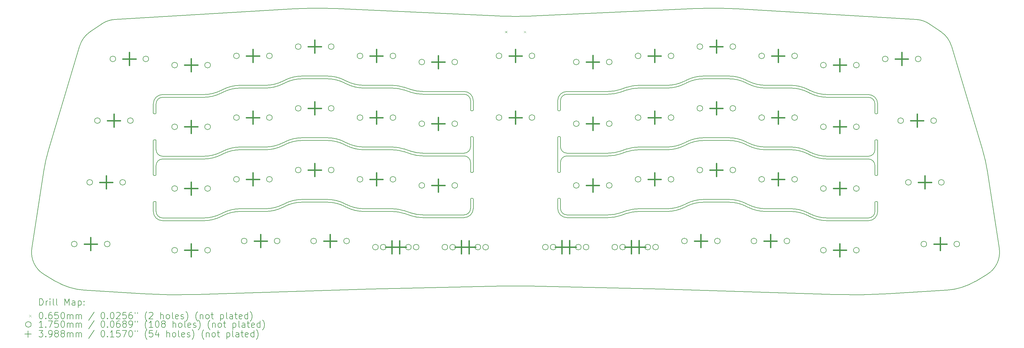
<source format=gbr>
%TF.GenerationSoftware,KiCad,Pcbnew,(6.0.7)*%
%TF.CreationDate,2022-09-16T03:14:30+03:00*%
%TF.ProjectId,teethless40_csl_pcb_schema,74656574-686c-4657-9373-34305f63736c,rev?*%
%TF.SameCoordinates,Original*%
%TF.FileFunction,Drillmap*%
%TF.FilePolarity,Positive*%
%FSLAX45Y45*%
G04 Gerber Fmt 4.5, Leading zero omitted, Abs format (unit mm)*
G04 Created by KiCad (PCBNEW (6.0.7)) date 2022-09-16 03:14:30*
%MOMM*%
%LPD*%
G01*
G04 APERTURE LIST*
%ADD10C,0.200000*%
%ADD11C,0.065000*%
%ADD12C,0.175000*%
%ADD13C,0.398780*%
G04 APERTURE END LIST*
D10*
X16622771Y-10466005D02*
G75*
G03*
X15819399Y-10466005I-401686J-17995684D01*
G01*
X16622771Y-10466005D02*
X20701085Y-10557039D01*
X11741085Y-10557039D02*
X15819399Y-10466005D01*
X15667828Y-2126004D02*
G75*
G03*
X16774342Y-2126004I553257J11987314D01*
G01*
X15667828Y-2126004D02*
X10664081Y-1895061D01*
X21778089Y-1895061D02*
X16774342Y-2126004D01*
X23046128Y-1903608D02*
G75*
G03*
X21778089Y-1895061I-714783J-11978641D01*
G01*
X28577514Y-2233672D02*
X23046128Y-1903608D01*
X10664081Y-1895061D02*
G75*
G03*
X9396042Y-1903608I-553256J-11987187D01*
G01*
X9396042Y-1903608D02*
X3864656Y-2233672D01*
X3864656Y-2233672D02*
G75*
G03*
X3462692Y-2370552I47653J-798581D01*
G01*
X3462692Y-2370552D02*
X3100051Y-2616962D01*
X3100051Y-2616962D02*
G75*
G03*
X2783275Y-3049221I449617J-661699D01*
G01*
X2783275Y-3049221D02*
X1823316Y-6255747D01*
X30770583Y-6928317D02*
G75*
G03*
X30618854Y-6255747I-4941668J-761422D01*
G01*
X31135676Y-9297768D02*
X30770584Y-6928317D01*
X30618854Y-6255747D02*
X29658895Y-3049221D01*
X1823316Y-6255747D02*
G75*
G03*
X1671586Y-6928316I4789941J-1433997D01*
G01*
X1671586Y-6928316D02*
X1306494Y-9297768D01*
X2038638Y-10315148D02*
G75*
G03*
X2936548Y-10591471I1020754J1719901D01*
G01*
X2936548Y-10591471D02*
X4713930Y-10700848D01*
X1688861Y-10107557D02*
X2038638Y-10315149D01*
X1306494Y-9297768D02*
G75*
G03*
X1688861Y-10107557I790669J-121829D01*
G01*
X30753310Y-10107560D02*
G75*
G03*
X31135676Y-9297768I-408306J687961D01*
G01*
X30403531Y-10315149D02*
X30753309Y-10107557D01*
X28979478Y-2370551D02*
G75*
G03*
X28577514Y-2233672I-449613J-661697D01*
G01*
X29342118Y-2616962D02*
X28979478Y-2370552D01*
X29658895Y-3049221D02*
G75*
G03*
X29342118Y-2616962I-766390J-229438D01*
G01*
X29505622Y-10591472D02*
G75*
G03*
X30403531Y-10315149I-122847J1996224D01*
G01*
X27728240Y-10700848D02*
X29505622Y-10591471D01*
X26055265Y-10725891D02*
G75*
G03*
X27728240Y-10700848I567370J17991012D01*
G01*
X20701085Y-10557039D02*
X26055265Y-10725890D01*
X4713930Y-10700848D02*
G75*
G03*
X6386905Y-10725890I1105605J17965969D01*
G01*
X6386905Y-10725890D02*
X11741085Y-10557039D01*
X19073802Y-8266034D02*
G75*
G03*
X19457197Y-8203140I8J1199964D01*
G01*
X5138159Y-6741285D02*
X5138159Y-6781285D01*
X5138159Y-7876285D02*
X5138159Y-8161285D01*
X5338159Y-6456285D02*
X6601967Y-6456285D01*
X12789698Y-4328428D02*
G75*
G03*
X12406302Y-4265535I-383398J-1137152D01*
G01*
X25241045Y-8204698D02*
G75*
G03*
X24699467Y-8075535I-541576J-1070822D01*
G01*
X23336045Y-4193947D02*
X23390272Y-4221373D01*
X7143546Y-4422122D02*
X7197772Y-4394698D01*
X7197772Y-4479698D02*
X7143546Y-4507122D01*
X17805659Y-6446029D02*
G75*
G03*
X17605659Y-6646035I1J-200001D01*
G01*
X7739350Y-8160537D02*
G75*
G03*
X7197772Y-8289697I0J-1200013D01*
G01*
X27300659Y-6256285D02*
X27300659Y-6216285D01*
X11007772Y-6126372D02*
X10953546Y-6098947D01*
X17520665Y-5026035D02*
G75*
G03*
X17545659Y-5051035I24995J-5D01*
G01*
X12406302Y-8075535D02*
X11549350Y-8075535D01*
X14833155Y-4741035D02*
G75*
G03*
X14633159Y-4541035I-199995J5D01*
G01*
X17520665Y-6931035D02*
G75*
G03*
X17545659Y-6956035I24995J-5D01*
G01*
X5078159Y-7851279D02*
G75*
G03*
X5053159Y-7876285I1J-25001D01*
G01*
X23390272Y-6041371D02*
G75*
G03*
X23931850Y-6170535I541578J1070821D01*
G01*
X19073802Y-4456035D02*
G75*
G03*
X19457198Y-4393140I8J1199955D01*
G01*
X12981619Y-8203141D02*
G75*
G03*
X13365015Y-8266035I383401J1137151D01*
G01*
X11549350Y-6170535D02*
X12406302Y-6170535D01*
X23931850Y-8075535D02*
X24699467Y-8075535D01*
X17805659Y-8266035D02*
X19073802Y-8266035D01*
X25241045Y-4479698D02*
G75*
G03*
X24699467Y-4350535I-541576J-1070822D01*
G01*
X22026850Y-4064785D02*
X22794467Y-4064785D01*
X11007772Y-4221372D02*
X10953546Y-4193947D01*
X21431046Y-6041372D02*
X21485272Y-6013947D01*
X27325659Y-5946279D02*
G75*
G03*
X27300659Y-5971285I1J-25001D01*
G01*
X9644350Y-5969786D02*
G75*
G03*
X9102772Y-6098947I0J-1200014D01*
G01*
X23390272Y-7946371D02*
G75*
G03*
X23931850Y-8075535I541578J1070821D01*
G01*
X14918165Y-5876035D02*
G75*
G03*
X14893159Y-5851035I-25005J-5D01*
G01*
X12789697Y-8138431D02*
G75*
G03*
X12406302Y-8075535I-383407J-1137149D01*
G01*
X12789697Y-6233430D02*
X12981620Y-6298140D01*
X9102772Y-4193947D02*
X9048546Y-4221372D01*
X14833159Y-4741035D02*
X14833159Y-5026035D01*
X21485272Y-8003947D02*
X21431046Y-8031372D01*
X11007773Y-6126371D02*
G75*
G03*
X11549350Y-6255535I541577J1070821D01*
G01*
X22026850Y-3979785D02*
G75*
G03*
X21485272Y-4108947I0J-1200005D01*
G01*
X23336045Y-7918948D02*
G75*
G03*
X22794467Y-7789785I-541576J-1070822D01*
G01*
X5138159Y-6256285D02*
X5138159Y-6216285D01*
X17520659Y-8066035D02*
X17520659Y-7781035D01*
X9644350Y-7874785D02*
X10411967Y-7874785D01*
X23336046Y-7918947D02*
X23390272Y-7946372D01*
X27300659Y-6781285D02*
X27300659Y-6741285D01*
X12789698Y-6233429D02*
G75*
G03*
X12406302Y-6170535I-383398J-1137141D01*
G01*
X22026850Y-7789785D02*
G75*
G03*
X21485272Y-7918947I0J-1200005D01*
G01*
X27385665Y-5971285D02*
G75*
G03*
X27360659Y-5946285I-25005J-5D01*
G01*
X7143546Y-8317122D02*
X7197772Y-8289697D01*
X20889467Y-8160535D02*
X20032515Y-8160535D01*
X23336045Y-4108948D02*
G75*
G03*
X22794467Y-3979785I-541575J-1070822D01*
G01*
X11549350Y-4265535D02*
X12406302Y-4265535D01*
X5053165Y-7026285D02*
G75*
G03*
X5078159Y-7051285I24995J-5D01*
G01*
X11007772Y-7946371D02*
G75*
G03*
X11549350Y-8075535I541578J1070821D01*
G01*
X9644350Y-7789785D02*
G75*
G03*
X9102772Y-7918947I0J-1200005D01*
G01*
X5338159Y-4551285D02*
X6601967Y-4551285D01*
X27385659Y-7876285D02*
X27385659Y-8161285D01*
X23390273Y-4136371D02*
G75*
G03*
X23931850Y-4265535I541577J1070821D01*
G01*
X25836850Y-6456285D02*
X27100659Y-6456285D01*
X14918165Y-4741035D02*
G75*
G03*
X14633159Y-4456035I-285005J-5D01*
G01*
X27300659Y-7876285D02*
X27300659Y-8121285D01*
X17545659Y-7756035D02*
X17580659Y-7756035D01*
X25241046Y-8204697D02*
X25295272Y-8232122D01*
X25241046Y-4479698D02*
X25295272Y-4507122D01*
X14893159Y-6956029D02*
G75*
G03*
X14918159Y-6931035I1J24999D01*
G01*
X8506967Y-4350535D02*
X7739350Y-4350535D01*
X21431046Y-7946372D02*
X21485272Y-7918947D01*
X19073802Y-6361035D02*
G75*
G03*
X19457198Y-6298140I8J1199955D01*
G01*
X23931850Y-4265535D02*
X24699467Y-4265535D01*
X23336045Y-8003948D02*
G75*
G03*
X22794467Y-7874785I-541576J-1070822D01*
G01*
X8506967Y-8075538D02*
G75*
G03*
X9048546Y-7946372I-7J1200008D01*
G01*
X20889467Y-8075538D02*
G75*
G03*
X21431046Y-7946372I-7J1200008D01*
G01*
X12406302Y-6255535D02*
X11549350Y-6255535D01*
X14833155Y-6646035D02*
G75*
G03*
X14633159Y-6446035I-199995J5D01*
G01*
X22026850Y-7874785D02*
G75*
G03*
X21485272Y-8003947I0J-1200005D01*
G01*
X25241046Y-4394698D02*
X25295272Y-4422122D01*
X10953546Y-6098948D02*
G75*
G03*
X10411967Y-5969785I-541576J-1070822D01*
G01*
X23336046Y-6013947D02*
X23390272Y-6041372D01*
X7739350Y-6255535D02*
G75*
G03*
X7197772Y-6384697I0J-1200005D01*
G01*
X17520659Y-5026035D02*
X17520659Y-4741035D01*
X23390272Y-6126371D02*
G75*
G03*
X23931850Y-6255535I541578J1070821D01*
G01*
X25295272Y-4507121D02*
G75*
G03*
X25836850Y-4636285I541578J1070821D01*
G01*
X22026850Y-5969786D02*
G75*
G03*
X21485272Y-6098947I0J-1200014D01*
G01*
X12789697Y-4413431D02*
G75*
G03*
X12406302Y-4350535I-383407J-1137149D01*
G01*
X13365015Y-8266035D02*
X14633159Y-8266035D01*
X23931850Y-4350535D02*
X24699467Y-4350535D01*
X6601967Y-4636285D02*
X5338159Y-4636285D01*
X5338159Y-4551285D02*
G75*
G03*
X5053159Y-4836285I0J-285000D01*
G01*
X27360659Y-7051279D02*
G75*
G03*
X27385659Y-7026285I1J24999D01*
G01*
X20032515Y-8160535D02*
G75*
G03*
X19649120Y-8223430I-5J-1199965D01*
G01*
X17805659Y-4456039D02*
G75*
G03*
X17520659Y-4741035I1J-285001D01*
G01*
X5138165Y-6256285D02*
G75*
G03*
X5338159Y-6456285I199995J-5D01*
G01*
X25836850Y-8361285D02*
X27100659Y-8361285D01*
X5078159Y-5946279D02*
G75*
G03*
X5053159Y-5971285I1J-25001D01*
G01*
X17545659Y-6956035D02*
X17580659Y-6956035D01*
X6601967Y-6541285D02*
X5338159Y-6541285D01*
X7739350Y-6170535D02*
X8506967Y-6170535D01*
X7197772Y-8204697D02*
X7143546Y-8232122D01*
X17545659Y-7756039D02*
G75*
G03*
X17520659Y-7781035I1J-25001D01*
G01*
X14858159Y-5851035D02*
X14893159Y-5851035D01*
X10953545Y-4193948D02*
G75*
G03*
X10411967Y-4064785I-541575J-1070822D01*
G01*
X19649120Y-8223430D02*
X19457197Y-8288140D01*
X20889467Y-6255536D02*
G75*
G03*
X21431046Y-6126372I-7J1200016D01*
G01*
X17545659Y-5051035D02*
X17580659Y-5051035D01*
X14633159Y-8351035D02*
X13365015Y-8351035D01*
X24699467Y-6255535D02*
X23931850Y-6255535D01*
X27300659Y-4876285D02*
X27300659Y-5121285D01*
X5138165Y-8161285D02*
G75*
G03*
X5338159Y-8361285I199995J-5D01*
G01*
X12981620Y-6383140D02*
G75*
G03*
X13365015Y-6446035I383400J1137140D01*
G01*
X20889467Y-8160538D02*
G75*
G03*
X21431046Y-8031372I-7J1200008D01*
G01*
X14918159Y-5876035D02*
X14918159Y-6931035D01*
X14833155Y-6931035D02*
G75*
G03*
X14858159Y-6956035I25005J5D01*
G01*
X22026850Y-4064785D02*
G75*
G03*
X21485272Y-4193947I0J-1200005D01*
G01*
X25836850Y-4551285D02*
X27100659Y-4551285D01*
X5053159Y-5121285D02*
X5053159Y-4836285D01*
X11007772Y-7946372D02*
X10953546Y-7918947D01*
X19073802Y-4541035D02*
X17805659Y-4541035D01*
X23390273Y-4221371D02*
G75*
G03*
X23931850Y-4350535I541577J1070821D01*
G01*
X13365015Y-4456035D02*
X14633159Y-4456035D01*
X14918159Y-7781035D02*
X14918159Y-8066035D01*
X14633159Y-4541035D02*
X13365015Y-4541035D01*
X9644350Y-7874785D02*
G75*
G03*
X9102772Y-8003947I0J-1200005D01*
G01*
X7739350Y-8160535D02*
X8506967Y-8160535D01*
X9102772Y-6098947D02*
X9048546Y-6126372D01*
X17580659Y-6956029D02*
G75*
G03*
X17605659Y-6931035I1J24999D01*
G01*
X7739350Y-6170535D02*
G75*
G03*
X7197772Y-6299697I0J-1200005D01*
G01*
X19457198Y-4393140D02*
X19649120Y-4328430D01*
X11007772Y-8031371D02*
G75*
G03*
X11549350Y-8160535I541578J1070821D01*
G01*
X9102772Y-7918947D02*
X9048546Y-7946372D01*
X5338159Y-6541285D02*
G75*
G03*
X5138159Y-6741285I0J-200000D01*
G01*
X5338159Y-4636285D02*
G75*
G03*
X5138159Y-4836285I0J-200000D01*
G01*
X20032515Y-4350534D02*
G75*
G03*
X19649120Y-4413430I-5J-1199956D01*
G01*
X27100659Y-8361289D02*
G75*
G03*
X27300659Y-8161285I1J199999D01*
G01*
X12981619Y-4393141D02*
G75*
G03*
X13365015Y-4456035I383401J1137151D01*
G01*
X9644350Y-5884787D02*
G75*
G03*
X9102772Y-6013947I0J-1200013D01*
G01*
X8506967Y-6255537D02*
G75*
G03*
X9048546Y-6126372I-7J1200017D01*
G01*
X27100659Y-4636285D02*
X25836850Y-4636285D01*
X19073802Y-6446035D02*
G75*
G03*
X19457198Y-6383140I8J1199955D01*
G01*
X17605659Y-5876035D02*
X17605659Y-6121035D01*
X20889467Y-6255535D02*
X20032516Y-6255535D01*
X27325659Y-7851285D02*
X27360659Y-7851285D01*
X6601967Y-8446287D02*
G75*
G03*
X7143546Y-8317122I-7J1200017D01*
G01*
X5138155Y-5971285D02*
G75*
G03*
X5113159Y-5946285I-24995J5D01*
G01*
X14833155Y-5026035D02*
G75*
G03*
X14858159Y-5051035I25005J5D01*
G01*
X27325659Y-5946285D02*
X27360659Y-5946285D01*
X14633159Y-8266039D02*
G75*
G03*
X14833159Y-8066035I1J199999D01*
G01*
X11007773Y-4221371D02*
G75*
G03*
X11549350Y-4350535I541577J1070821D01*
G01*
X17805659Y-6361035D02*
X19073802Y-6361035D01*
X22026850Y-7789785D02*
X22794467Y-7789785D01*
X11007773Y-4136371D02*
G75*
G03*
X11549350Y-4265535I541577J1070821D01*
G01*
X6601967Y-6541283D02*
G75*
G03*
X7143546Y-6412122I3J1200003D01*
G01*
X6601967Y-8361287D02*
G75*
G03*
X7143546Y-8232122I-7J1200017D01*
G01*
X19457197Y-8203140D02*
X19649120Y-8138430D01*
X22794467Y-5969785D02*
X22026850Y-5969785D01*
X27385665Y-7876285D02*
G75*
G03*
X27360659Y-7851285I-25005J-5D01*
G01*
X25295273Y-8232121D02*
G75*
G03*
X25836850Y-8361285I541577J1070821D01*
G01*
X12789697Y-6318431D02*
G75*
G03*
X12406302Y-6255535I-383407J-1137149D01*
G01*
X27360659Y-5146279D02*
G75*
G03*
X27385659Y-5121285I1J24999D01*
G01*
X27100659Y-8446285D02*
X25836850Y-8446285D01*
X6601967Y-6456288D02*
G75*
G03*
X7143546Y-6327122I-7J1200008D01*
G01*
X25295272Y-6327121D02*
G75*
G03*
X25836850Y-6456285I541578J1070821D01*
G01*
X20032515Y-4265535D02*
X20889467Y-4265535D01*
X13365015Y-6361035D02*
X14633159Y-6361035D01*
X25295272Y-4422121D02*
G75*
G03*
X25836850Y-4551285I541578J1070821D01*
G01*
X5053159Y-7876285D02*
X5053159Y-8161285D01*
X27325659Y-7851279D02*
G75*
G03*
X27300659Y-7876285I1J-25001D01*
G01*
X24699467Y-8160535D02*
X23931850Y-8160535D01*
X25295272Y-8317122D02*
X25241046Y-8289697D01*
X12789698Y-4328430D02*
X12981620Y-4393140D01*
X20032515Y-8075535D02*
X20889467Y-8075535D01*
X23931850Y-6170535D02*
X24699467Y-6170535D01*
X25241045Y-8289698D02*
G75*
G03*
X24699467Y-8160535I-541576J-1070822D01*
G01*
X5113159Y-5946285D02*
X5078159Y-5946285D01*
X25241045Y-6299698D02*
G75*
G03*
X24699467Y-6170535I-541575J-1070822D01*
G01*
X10953546Y-8003947D02*
X11007772Y-8031372D01*
X23390272Y-6126372D02*
X23336046Y-6098947D01*
X25241045Y-6299697D02*
X25295272Y-6327122D01*
X20032516Y-6255535D02*
G75*
G03*
X19649120Y-6318430I-6J-1199965D01*
G01*
X23390272Y-8031371D02*
G75*
G03*
X23931850Y-8160535I541578J1070821D01*
G01*
X25295273Y-8317121D02*
G75*
G03*
X25836850Y-8446285I541577J1070821D01*
G01*
X23336045Y-4193948D02*
G75*
G03*
X22794467Y-4064785I-541575J-1070822D01*
G01*
X27300655Y-6741285D02*
G75*
G03*
X27100659Y-6541285I-199995J5D01*
G01*
X10411967Y-5969785D02*
X9644350Y-5969785D01*
X17605659Y-6646035D02*
X17605659Y-6686035D01*
X8506967Y-4265537D02*
G75*
G03*
X9048546Y-4136372I-7J1200017D01*
G01*
X5338159Y-8361285D02*
X6601967Y-8361285D01*
X19073802Y-8351034D02*
G75*
G03*
X19457197Y-8288140I8J1199964D01*
G01*
X12981620Y-6383140D02*
X12789698Y-6318430D01*
X17580659Y-5051039D02*
G75*
G03*
X17605659Y-5026035I1J24999D01*
G01*
X8506967Y-6170538D02*
G75*
G03*
X9048546Y-6041372I-7J1200008D01*
G01*
X9644350Y-5884785D02*
X10411967Y-5884785D01*
X20889467Y-4350538D02*
G75*
G03*
X21431046Y-4221372I-7J1200008D01*
G01*
X7739350Y-8075537D02*
G75*
G03*
X7197772Y-8204697I0J-1200013D01*
G01*
X19457198Y-6298140D02*
X19649120Y-6233430D01*
X10411967Y-4064785D02*
X9644350Y-4064785D01*
X5138159Y-6781285D02*
X5138159Y-7026285D01*
X6601967Y-4551288D02*
G75*
G03*
X7143546Y-4422122I-7J1200008D01*
G01*
X22026850Y-3979785D02*
X22794467Y-3979785D01*
X19649120Y-6318430D02*
X19457198Y-6383140D01*
X27325659Y-5146285D02*
X27360659Y-5146285D01*
X22026850Y-5884785D02*
X22794467Y-5884785D01*
X14918159Y-5026035D02*
X14918159Y-4741035D01*
X12406302Y-4350535D02*
X11549350Y-4350535D01*
X12789698Y-8223430D02*
X12981620Y-8288140D01*
X8506967Y-8075535D02*
X7739350Y-8075535D01*
X21485272Y-6098947D02*
X21431046Y-6126372D01*
X21431046Y-4221372D02*
X21485272Y-4193947D01*
X14633159Y-6361039D02*
G75*
G03*
X14833159Y-6161035I1J199999D01*
G01*
X5053165Y-5121285D02*
G75*
G03*
X5078159Y-5146285I24995J-5D01*
G01*
X27100659Y-6456289D02*
G75*
G03*
X27300659Y-6256285I1J199999D01*
G01*
X8506967Y-8160538D02*
G75*
G03*
X9048546Y-8031372I-7J1200008D01*
G01*
X20032516Y-6170535D02*
G75*
G03*
X19649120Y-6233430I-6J-1199965D01*
G01*
X5138159Y-5971285D02*
X5138159Y-6216285D01*
X27325659Y-7051285D02*
X27360659Y-7051285D01*
X5113159Y-5146289D02*
G75*
G03*
X5138159Y-5121285I1J24999D01*
G01*
X17605659Y-6686035D02*
X17605659Y-6931035D01*
X5113159Y-5146285D02*
X5078159Y-5146285D01*
X17805659Y-4456035D02*
X19073802Y-4456035D01*
X9048546Y-4136372D02*
X9102772Y-4108947D01*
X10953546Y-6013948D02*
G75*
G03*
X10411967Y-5884785I-541576J-1070822D01*
G01*
X27300655Y-5121285D02*
G75*
G03*
X27325659Y-5146285I25005J5D01*
G01*
X17520659Y-6931035D02*
X17520659Y-5876035D01*
X14633159Y-8351029D02*
G75*
G03*
X14918159Y-8066035I1J284999D01*
G01*
X23336045Y-4108947D02*
X23390272Y-4136373D01*
X17605665Y-8066035D02*
G75*
G03*
X17805659Y-8266035I199995J-5D01*
G01*
X20032515Y-8075535D02*
G75*
G03*
X19649120Y-8138430I-5J-1199965D01*
G01*
X25295272Y-6412122D02*
X25241045Y-6384697D01*
X6601967Y-8446285D02*
X5338159Y-8446285D01*
X22026850Y-5884786D02*
G75*
G03*
X21485272Y-6013947I0J-1200014D01*
G01*
X17605655Y-5876035D02*
G75*
G03*
X17580659Y-5851035I-24995J5D01*
G01*
X12981619Y-8288141D02*
G75*
G03*
X13365015Y-8351035I383401J1137151D01*
G01*
X27300659Y-6781285D02*
X27300659Y-7026285D01*
X8506967Y-6255535D02*
X7739350Y-6255535D01*
X27100659Y-6541285D02*
X25836850Y-6541285D01*
X23390272Y-8031372D02*
X23336046Y-8003947D01*
X7143546Y-6327122D02*
X7197772Y-6299697D01*
X27300659Y-4836285D02*
X27300659Y-4876285D01*
X7739350Y-4265536D02*
G75*
G03*
X7197772Y-4394698I0J-1200005D01*
G01*
X5113159Y-7851285D02*
X5078159Y-7851285D01*
X6601967Y-4636288D02*
G75*
G03*
X7143546Y-4507122I-7J1200008D01*
G01*
X27385659Y-5971285D02*
X27385659Y-7026285D01*
X17605655Y-7781035D02*
G75*
G03*
X17580659Y-7756035I-24995J5D01*
G01*
X7739350Y-4350536D02*
G75*
G03*
X7197772Y-4479698I0J-1200005D01*
G01*
X25241045Y-4394698D02*
G75*
G03*
X24699467Y-4265535I-541576J-1070822D01*
G01*
X19457198Y-4478140D02*
X19649120Y-4413430D01*
X17545659Y-5851035D02*
X17580659Y-5851035D01*
X9644350Y-4064787D02*
G75*
G03*
X9102772Y-4193947I0J-1200013D01*
G01*
X17605659Y-4781035D02*
X17605659Y-4741035D01*
X5053155Y-8161285D02*
G75*
G03*
X5338159Y-8446285I285005J5D01*
G01*
X20889467Y-6170536D02*
G75*
G03*
X21431046Y-6041372I-7J1200016D01*
G01*
X5138159Y-4836285D02*
X5138159Y-5121285D01*
X8506967Y-4350538D02*
G75*
G03*
X9048546Y-4221372I-7J1200008D01*
G01*
X27385665Y-4836285D02*
G75*
G03*
X27100659Y-4551285I-285005J-5D01*
G01*
X12981620Y-4478140D02*
X12789698Y-4413430D01*
X19073802Y-6446035D02*
X17805659Y-6446035D01*
X22794467Y-7874785D02*
X22026850Y-7874785D01*
X5138155Y-7876285D02*
G75*
G03*
X5113159Y-7851285I-24995J5D01*
G01*
X20889467Y-4265538D02*
G75*
G03*
X21431046Y-4136372I-7J1200008D01*
G01*
X14633159Y-6446035D02*
X13365015Y-6446035D01*
X14858159Y-5851029D02*
G75*
G03*
X14833159Y-5876035I1J-25001D01*
G01*
X17605659Y-7781035D02*
X17605659Y-8026035D01*
X9048546Y-6041372D02*
X9102772Y-6013947D01*
X12789697Y-8223431D02*
G75*
G03*
X12406302Y-8160535I-383407J-1137149D01*
G01*
X12981620Y-8203140D02*
X12789698Y-8138430D01*
X10953546Y-7918948D02*
G75*
G03*
X10411967Y-7789785I-541576J-1070822D01*
G01*
X12981620Y-6298140D02*
G75*
G03*
X13365015Y-6361035I383400J1137140D01*
G01*
X21431046Y-4136372D02*
X21485272Y-4108947D01*
X12981619Y-4478141D02*
G75*
G03*
X13365015Y-4541035I383401J1137151D01*
G01*
X27100659Y-8446279D02*
G75*
G03*
X27385659Y-8161285I1J284999D01*
G01*
X10953546Y-8003948D02*
G75*
G03*
X10411967Y-7874785I-541576J-1070822D01*
G01*
X9644350Y-3979785D02*
X10411967Y-3979785D01*
X17605665Y-6161035D02*
G75*
G03*
X17805659Y-6361035I199995J-5D01*
G01*
X19073802Y-8351035D02*
X17805659Y-8351035D01*
X20032515Y-4265534D02*
G75*
G03*
X19649120Y-4328430I-5J-1199956D01*
G01*
X27385659Y-4836285D02*
X27385659Y-5121285D01*
X17545659Y-5851039D02*
G75*
G03*
X17520659Y-5876035I1J-25001D01*
G01*
X14858159Y-5051035D02*
X14893159Y-5051035D01*
X5113159Y-7051285D02*
X5078159Y-7051285D01*
X11549350Y-8160535D02*
X12406302Y-8160535D01*
X27300655Y-7026285D02*
G75*
G03*
X27325659Y-7051285I25005J5D01*
G01*
X20032515Y-4350535D02*
X20889467Y-4350535D01*
X14833159Y-6686035D02*
X14833159Y-6931035D01*
X7197772Y-6384697D02*
X7143546Y-6412122D01*
X23336045Y-6098948D02*
G75*
G03*
X22794467Y-5969785I-541576J-1070822D01*
G01*
X25295272Y-6412121D02*
G75*
G03*
X25836850Y-6541285I541578J1070821D01*
G01*
X11007773Y-6041371D02*
G75*
G03*
X11549350Y-6170535I541577J1070821D01*
G01*
X17605659Y-4781035D02*
X17605659Y-5026035D01*
X17605659Y-8066035D02*
X17605659Y-8026035D01*
X23336045Y-6013948D02*
G75*
G03*
X22794467Y-5884785I-541576J-1070822D01*
G01*
X14858159Y-7756035D02*
X14893159Y-7756035D01*
X25241045Y-6384698D02*
G75*
G03*
X24699467Y-6255535I-541575J-1070822D01*
G01*
X14833159Y-7781035D02*
X14833159Y-8066035D01*
X27300655Y-4836285D02*
G75*
G03*
X27100659Y-4636285I-199995J5D01*
G01*
X10953546Y-4108948D02*
G75*
G03*
X10411967Y-3979785I-541576J-1070822D01*
G01*
X5113159Y-7051289D02*
G75*
G03*
X5138159Y-7026285I1J24999D01*
G01*
X10411967Y-7789785D02*
X9644350Y-7789785D01*
X14858159Y-7756029D02*
G75*
G03*
X14833159Y-7781035I1J-25001D01*
G01*
X27300659Y-5971285D02*
X27300659Y-6216285D01*
X14893159Y-5051029D02*
G75*
G03*
X14918159Y-5026035I1J24999D01*
G01*
X17605659Y-6121035D02*
X17605659Y-6161035D01*
X14833159Y-5876035D02*
X14833159Y-6161035D01*
X14833159Y-6646035D02*
X14833159Y-6686035D01*
X20032516Y-6170535D02*
X20889467Y-6170535D01*
X9644350Y-3979785D02*
G75*
G03*
X9102772Y-4108947I0J-1200005D01*
G01*
X9048546Y-8031372D02*
X9102772Y-8003947D01*
X10953546Y-4108947D02*
X11007772Y-4136372D01*
X27300659Y-8161285D02*
X27300659Y-8121285D01*
X14918165Y-7781035D02*
G75*
G03*
X14893159Y-7756035I-25005J-5D01*
G01*
X10953546Y-6013947D02*
X11007772Y-6041372D01*
X7739350Y-4265535D02*
X8506967Y-4265535D01*
X17520655Y-8066035D02*
G75*
G03*
X17805659Y-8351035I285005J5D01*
G01*
X14858159Y-6956035D02*
X14893159Y-6956035D01*
X19073802Y-4541035D02*
G75*
G03*
X19457198Y-4478140I8J1199955D01*
G01*
X17805659Y-4541029D02*
G75*
G03*
X17605659Y-4741035I1J-200001D01*
G01*
X5053159Y-5971285D02*
X5053159Y-7026285D01*
D11*
X15898500Y-2587264D02*
X15963500Y-2652264D01*
X15963500Y-2587264D02*
X15898500Y-2652264D01*
X16476500Y-2587264D02*
X16541500Y-2652264D01*
X16541500Y-2587264D02*
X16476500Y-2652264D01*
D12*
X2702188Y-9165750D02*
G75*
G03*
X2702188Y-9165750I-87500J0D01*
G01*
X3178437Y-7260750D02*
G75*
G03*
X3178437Y-7260750I-87500J0D01*
G01*
X3416562Y-5355750D02*
G75*
G03*
X3416562Y-5355750I-87500J0D01*
G01*
X3718187Y-9165750D02*
G75*
G03*
X3718187Y-9165750I-87500J0D01*
G01*
X3892812Y-3450750D02*
G75*
G03*
X3892812Y-3450750I-87500J0D01*
G01*
X4194438Y-7260750D02*
G75*
G03*
X4194438Y-7260750I-87500J0D01*
G01*
X4432563Y-5355750D02*
G75*
G03*
X4432563Y-5355750I-87500J0D01*
G01*
X4908813Y-3450750D02*
G75*
G03*
X4908813Y-3450750I-87500J0D01*
G01*
X5797875Y-3642000D02*
G75*
G03*
X5797875Y-3642000I-87500J0D01*
G01*
X5797875Y-5547000D02*
G75*
G03*
X5797875Y-5547000I-87500J0D01*
G01*
X5797875Y-7452000D02*
G75*
G03*
X5797875Y-7452000I-87500J0D01*
G01*
X5797875Y-9357000D02*
G75*
G03*
X5797875Y-9357000I-87500J0D01*
G01*
X6813875Y-3642000D02*
G75*
G03*
X6813875Y-3642000I-87500J0D01*
G01*
X6813875Y-5547000D02*
G75*
G03*
X6813875Y-5547000I-87500J0D01*
G01*
X6813875Y-7452000D02*
G75*
G03*
X6813875Y-7452000I-87500J0D01*
G01*
X6813875Y-9357000D02*
G75*
G03*
X6813875Y-9357000I-87500J0D01*
G01*
X7702875Y-3357000D02*
G75*
G03*
X7702875Y-3357000I-87500J0D01*
G01*
X7702875Y-5262000D02*
G75*
G03*
X7702875Y-5262000I-87500J0D01*
G01*
X7702875Y-7167000D02*
G75*
G03*
X7702875Y-7167000I-87500J0D01*
G01*
X7941000Y-9072000D02*
G75*
G03*
X7941000Y-9072000I-87500J0D01*
G01*
X8718875Y-3357000D02*
G75*
G03*
X8718875Y-3357000I-87500J0D01*
G01*
X8718875Y-5262000D02*
G75*
G03*
X8718875Y-5262000I-87500J0D01*
G01*
X8718875Y-7167000D02*
G75*
G03*
X8718875Y-7167000I-87500J0D01*
G01*
X8957000Y-9072000D02*
G75*
G03*
X8957000Y-9072000I-87500J0D01*
G01*
X9607875Y-3071000D02*
G75*
G03*
X9607875Y-3071000I-87500J0D01*
G01*
X9607875Y-4976000D02*
G75*
G03*
X9607875Y-4976000I-87500J0D01*
G01*
X9607875Y-6881000D02*
G75*
G03*
X9607875Y-6881000I-87500J0D01*
G01*
X10083125Y-9073000D02*
G75*
G03*
X10083125Y-9073000I-87500J0D01*
G01*
X10623875Y-3071000D02*
G75*
G03*
X10623875Y-3071000I-87500J0D01*
G01*
X10623875Y-4976000D02*
G75*
G03*
X10623875Y-4976000I-87500J0D01*
G01*
X10623875Y-6881000D02*
G75*
G03*
X10623875Y-6881000I-87500J0D01*
G01*
X11099125Y-9073000D02*
G75*
G03*
X11099125Y-9073000I-87500J0D01*
G01*
X11511875Y-3358000D02*
G75*
G03*
X11511875Y-3358000I-87500J0D01*
G01*
X11511875Y-5263000D02*
G75*
G03*
X11511875Y-5263000I-87500J0D01*
G01*
X11511875Y-7168000D02*
G75*
G03*
X11511875Y-7168000I-87500J0D01*
G01*
X11987875Y-9262000D02*
G75*
G03*
X11987875Y-9262000I-87500J0D01*
G01*
X12227500Y-9262000D02*
G75*
G03*
X12227500Y-9262000I-87500J0D01*
G01*
X12527875Y-3358000D02*
G75*
G03*
X12527875Y-3358000I-87500J0D01*
G01*
X12527875Y-5263000D02*
G75*
G03*
X12527875Y-5263000I-87500J0D01*
G01*
X12527875Y-7168000D02*
G75*
G03*
X12527875Y-7168000I-87500J0D01*
G01*
X13003875Y-9262000D02*
G75*
G03*
X13003875Y-9262000I-87500J0D01*
G01*
X13243500Y-9262000D02*
G75*
G03*
X13243500Y-9262000I-87500J0D01*
G01*
X13417875Y-3547000D02*
G75*
G03*
X13417875Y-3547000I-87500J0D01*
G01*
X13417875Y-5452000D02*
G75*
G03*
X13417875Y-5452000I-87500J0D01*
G01*
X13417875Y-7357000D02*
G75*
G03*
X13417875Y-7357000I-87500J0D01*
G01*
X14129875Y-9261000D02*
G75*
G03*
X14129875Y-9261000I-87500J0D01*
G01*
X14368875Y-9264000D02*
G75*
G03*
X14368875Y-9264000I-87500J0D01*
G01*
X14433875Y-3547000D02*
G75*
G03*
X14433875Y-3547000I-87500J0D01*
G01*
X14433875Y-5452000D02*
G75*
G03*
X14433875Y-5452000I-87500J0D01*
G01*
X14433875Y-7357000D02*
G75*
G03*
X14433875Y-7357000I-87500J0D01*
G01*
X15145875Y-9261000D02*
G75*
G03*
X15145875Y-9261000I-87500J0D01*
G01*
X15384875Y-9264000D02*
G75*
G03*
X15384875Y-9264000I-87500J0D01*
G01*
X15797875Y-3356000D02*
G75*
G03*
X15797875Y-3356000I-87500J0D01*
G01*
X15797875Y-5261000D02*
G75*
G03*
X15797875Y-5261000I-87500J0D01*
G01*
X16813875Y-3356000D02*
G75*
G03*
X16813875Y-3356000I-87500J0D01*
G01*
X16813875Y-5261000D02*
G75*
G03*
X16813875Y-5261000I-87500J0D01*
G01*
X17227875Y-9261000D02*
G75*
G03*
X17227875Y-9261000I-87500J0D01*
G01*
X17466875Y-9261000D02*
G75*
G03*
X17466875Y-9261000I-87500J0D01*
G01*
X18180813Y-3546000D02*
G75*
G03*
X18180813Y-3546000I-87500J0D01*
G01*
X18180813Y-5451000D02*
G75*
G03*
X18180813Y-5451000I-87500J0D01*
G01*
X18180813Y-7356000D02*
G75*
G03*
X18180813Y-7356000I-87500J0D01*
G01*
X18243875Y-9261000D02*
G75*
G03*
X18243875Y-9261000I-87500J0D01*
G01*
X18482875Y-9261000D02*
G75*
G03*
X18482875Y-9261000I-87500J0D01*
G01*
X19196813Y-3546000D02*
G75*
G03*
X19196813Y-3546000I-87500J0D01*
G01*
X19196813Y-5451000D02*
G75*
G03*
X19196813Y-5451000I-87500J0D01*
G01*
X19196813Y-7356000D02*
G75*
G03*
X19196813Y-7356000I-87500J0D01*
G01*
X19368500Y-9261000D02*
G75*
G03*
X19368500Y-9261000I-87500J0D01*
G01*
X19609875Y-9260000D02*
G75*
G03*
X19609875Y-9260000I-87500J0D01*
G01*
X20085875Y-3357000D02*
G75*
G03*
X20085875Y-3357000I-87500J0D01*
G01*
X20085875Y-5262000D02*
G75*
G03*
X20085875Y-5262000I-87500J0D01*
G01*
X20085875Y-7167000D02*
G75*
G03*
X20085875Y-7167000I-87500J0D01*
G01*
X20384500Y-9261000D02*
G75*
G03*
X20384500Y-9261000I-87500J0D01*
G01*
X20625875Y-9260000D02*
G75*
G03*
X20625875Y-9260000I-87500J0D01*
G01*
X21101875Y-3357000D02*
G75*
G03*
X21101875Y-3357000I-87500J0D01*
G01*
X21101875Y-5262000D02*
G75*
G03*
X21101875Y-5262000I-87500J0D01*
G01*
X21101875Y-7167000D02*
G75*
G03*
X21101875Y-7167000I-87500J0D01*
G01*
X21515125Y-9072000D02*
G75*
G03*
X21515125Y-9072000I-87500J0D01*
G01*
X21990875Y-3071000D02*
G75*
G03*
X21990875Y-3071000I-87500J0D01*
G01*
X21990875Y-4976000D02*
G75*
G03*
X21990875Y-4976000I-87500J0D01*
G01*
X21990875Y-6881000D02*
G75*
G03*
X21990875Y-6881000I-87500J0D01*
G01*
X22531125Y-9072000D02*
G75*
G03*
X22531125Y-9072000I-87500J0D01*
G01*
X23006875Y-3071000D02*
G75*
G03*
X23006875Y-3071000I-87500J0D01*
G01*
X23006875Y-4976000D02*
G75*
G03*
X23006875Y-4976000I-87500J0D01*
G01*
X23006875Y-6881000D02*
G75*
G03*
X23006875Y-6881000I-87500J0D01*
G01*
X23658250Y-9072000D02*
G75*
G03*
X23658250Y-9072000I-87500J0D01*
G01*
X23896375Y-3357000D02*
G75*
G03*
X23896375Y-3357000I-87500J0D01*
G01*
X23896375Y-5262000D02*
G75*
G03*
X23896375Y-5262000I-87500J0D01*
G01*
X23896375Y-7167000D02*
G75*
G03*
X23896375Y-7167000I-87500J0D01*
G01*
X24674250Y-9072000D02*
G75*
G03*
X24674250Y-9072000I-87500J0D01*
G01*
X24912375Y-3357000D02*
G75*
G03*
X24912375Y-3357000I-87500J0D01*
G01*
X24912375Y-5262000D02*
G75*
G03*
X24912375Y-5262000I-87500J0D01*
G01*
X24912375Y-7167000D02*
G75*
G03*
X24912375Y-7167000I-87500J0D01*
G01*
X25799875Y-3642000D02*
G75*
G03*
X25799875Y-3642000I-87500J0D01*
G01*
X25799875Y-5547000D02*
G75*
G03*
X25799875Y-5547000I-87500J0D01*
G01*
X25799875Y-7452000D02*
G75*
G03*
X25799875Y-7452000I-87500J0D01*
G01*
X25799875Y-9357000D02*
G75*
G03*
X25799875Y-9357000I-87500J0D01*
G01*
X26815875Y-3642000D02*
G75*
G03*
X26815875Y-3642000I-87500J0D01*
G01*
X26815875Y-5547000D02*
G75*
G03*
X26815875Y-5547000I-87500J0D01*
G01*
X26815875Y-7452000D02*
G75*
G03*
X26815875Y-7452000I-87500J0D01*
G01*
X26815875Y-9357000D02*
G75*
G03*
X26815875Y-9357000I-87500J0D01*
G01*
X27705875Y-3452000D02*
G75*
G03*
X27705875Y-3452000I-87500J0D01*
G01*
X28182125Y-5357000D02*
G75*
G03*
X28182125Y-5357000I-87500J0D01*
G01*
X28420250Y-7262000D02*
G75*
G03*
X28420250Y-7262000I-87500J0D01*
G01*
X28721875Y-3452000D02*
G75*
G03*
X28721875Y-3452000I-87500J0D01*
G01*
X28896500Y-9167000D02*
G75*
G03*
X28896500Y-9167000I-87500J0D01*
G01*
X29198125Y-5357000D02*
G75*
G03*
X29198125Y-5357000I-87500J0D01*
G01*
X29436250Y-7262000D02*
G75*
G03*
X29436250Y-7262000I-87500J0D01*
G01*
X29912500Y-9167000D02*
G75*
G03*
X29912500Y-9167000I-87500J0D01*
G01*
D13*
X3122687Y-8966360D02*
X3122687Y-9365140D01*
X2923297Y-9165750D02*
X3322077Y-9165750D01*
X3598937Y-7061360D02*
X3598937Y-7460140D01*
X3399547Y-7260750D02*
X3798327Y-7260750D01*
X3837062Y-5156360D02*
X3837062Y-5555140D01*
X3637672Y-5355750D02*
X4036452Y-5355750D01*
X4313313Y-3251360D02*
X4313313Y-3650140D01*
X4113922Y-3450750D02*
X4512703Y-3450750D01*
X6218375Y-3442610D02*
X6218375Y-3841390D01*
X6018985Y-3642000D02*
X6417765Y-3642000D01*
X6218375Y-5347610D02*
X6218375Y-5746390D01*
X6018985Y-5547000D02*
X6417765Y-5547000D01*
X6218375Y-7252610D02*
X6218375Y-7651390D01*
X6018985Y-7452000D02*
X6417765Y-7452000D01*
X6218375Y-9157610D02*
X6218375Y-9556390D01*
X6018985Y-9357000D02*
X6417765Y-9357000D01*
X8123375Y-3157610D02*
X8123375Y-3556390D01*
X7923985Y-3357000D02*
X8322765Y-3357000D01*
X8123375Y-5062610D02*
X8123375Y-5461390D01*
X7923985Y-5262000D02*
X8322765Y-5262000D01*
X8123375Y-6967610D02*
X8123375Y-7366390D01*
X7923985Y-7167000D02*
X8322765Y-7167000D01*
X8361500Y-8872610D02*
X8361500Y-9271390D01*
X8162110Y-9072000D02*
X8560890Y-9072000D01*
X10028375Y-2871610D02*
X10028375Y-3270390D01*
X9828985Y-3071000D02*
X10227765Y-3071000D01*
X10028375Y-4776610D02*
X10028375Y-5175390D01*
X9828985Y-4976000D02*
X10227765Y-4976000D01*
X10028375Y-6681610D02*
X10028375Y-7080390D01*
X9828985Y-6881000D02*
X10227765Y-6881000D01*
X10503625Y-8873610D02*
X10503625Y-9272390D01*
X10304235Y-9073000D02*
X10703015Y-9073000D01*
X11932375Y-3158610D02*
X11932375Y-3557390D01*
X11732985Y-3358000D02*
X12131765Y-3358000D01*
X11932375Y-5063610D02*
X11932375Y-5462390D01*
X11732985Y-5263000D02*
X12131765Y-5263000D01*
X11932375Y-6968610D02*
X11932375Y-7367390D01*
X11732985Y-7168000D02*
X12131765Y-7168000D01*
X12408375Y-9062610D02*
X12408375Y-9461390D01*
X12208985Y-9262000D02*
X12607765Y-9262000D01*
X12648000Y-9062610D02*
X12648000Y-9461390D01*
X12448610Y-9262000D02*
X12847390Y-9262000D01*
X13838375Y-3347610D02*
X13838375Y-3746390D01*
X13638985Y-3547000D02*
X14037765Y-3547000D01*
X13838375Y-5252610D02*
X13838375Y-5651390D01*
X13638985Y-5452000D02*
X14037765Y-5452000D01*
X13838375Y-7157610D02*
X13838375Y-7556390D01*
X13638985Y-7357000D02*
X14037765Y-7357000D01*
X14550375Y-9061610D02*
X14550375Y-9460390D01*
X14350985Y-9261000D02*
X14749765Y-9261000D01*
X14789375Y-9064610D02*
X14789375Y-9463390D01*
X14589985Y-9264000D02*
X14988765Y-9264000D01*
X16218375Y-3156610D02*
X16218375Y-3555390D01*
X16018985Y-3356000D02*
X16417765Y-3356000D01*
X16218375Y-5061610D02*
X16218375Y-5460390D01*
X16018985Y-5261000D02*
X16417765Y-5261000D01*
X17648375Y-9061610D02*
X17648375Y-9460390D01*
X17448985Y-9261000D02*
X17847765Y-9261000D01*
X17887375Y-9061610D02*
X17887375Y-9460390D01*
X17687985Y-9261000D02*
X18086765Y-9261000D01*
X18601313Y-3346610D02*
X18601313Y-3745390D01*
X18401923Y-3546000D02*
X18800703Y-3546000D01*
X18601313Y-5251610D02*
X18601313Y-5650390D01*
X18401923Y-5451000D02*
X18800703Y-5451000D01*
X18601313Y-7156610D02*
X18601313Y-7555390D01*
X18401923Y-7356000D02*
X18800703Y-7356000D01*
X19789000Y-9061610D02*
X19789000Y-9460390D01*
X19589610Y-9261000D02*
X19988390Y-9261000D01*
X20030375Y-9060610D02*
X20030375Y-9459390D01*
X19830985Y-9260000D02*
X20229765Y-9260000D01*
X20506375Y-3157610D02*
X20506375Y-3556390D01*
X20306985Y-3357000D02*
X20705765Y-3357000D01*
X20506375Y-5062610D02*
X20506375Y-5461390D01*
X20306985Y-5262000D02*
X20705765Y-5262000D01*
X20506375Y-6967610D02*
X20506375Y-7366390D01*
X20306985Y-7167000D02*
X20705765Y-7167000D01*
X21935625Y-8872610D02*
X21935625Y-9271390D01*
X21736235Y-9072000D02*
X22135015Y-9072000D01*
X22411375Y-2871610D02*
X22411375Y-3270390D01*
X22211985Y-3071000D02*
X22610765Y-3071000D01*
X22411375Y-4776610D02*
X22411375Y-5175390D01*
X22211985Y-4976000D02*
X22610765Y-4976000D01*
X22411375Y-6681610D02*
X22411375Y-7080390D01*
X22211985Y-6881000D02*
X22610765Y-6881000D01*
X24078750Y-8872610D02*
X24078750Y-9271390D01*
X23879360Y-9072000D02*
X24278140Y-9072000D01*
X24316875Y-3157610D02*
X24316875Y-3556390D01*
X24117485Y-3357000D02*
X24516265Y-3357000D01*
X24316875Y-5062610D02*
X24316875Y-5461390D01*
X24117485Y-5262000D02*
X24516265Y-5262000D01*
X24316875Y-6967610D02*
X24316875Y-7366390D01*
X24117485Y-7167000D02*
X24516265Y-7167000D01*
X26220375Y-3442610D02*
X26220375Y-3841390D01*
X26020985Y-3642000D02*
X26419765Y-3642000D01*
X26220375Y-5347610D02*
X26220375Y-5746390D01*
X26020985Y-5547000D02*
X26419765Y-5547000D01*
X26220375Y-7252610D02*
X26220375Y-7651390D01*
X26020985Y-7452000D02*
X26419765Y-7452000D01*
X26220375Y-9157610D02*
X26220375Y-9556390D01*
X26020985Y-9357000D02*
X26419765Y-9357000D01*
X28126375Y-3252610D02*
X28126375Y-3651390D01*
X27926985Y-3452000D02*
X28325765Y-3452000D01*
X28602625Y-5157610D02*
X28602625Y-5556390D01*
X28403235Y-5357000D02*
X28802015Y-5357000D01*
X28840750Y-7062610D02*
X28840750Y-7461390D01*
X28641360Y-7262000D02*
X29040140Y-7262000D01*
X29317000Y-8967610D02*
X29317000Y-9366390D01*
X29117610Y-9167000D02*
X29516390Y-9167000D01*
D10*
X1544782Y-11055311D02*
X1544782Y-10855311D01*
X1592401Y-10855311D01*
X1620972Y-10864835D01*
X1640020Y-10883883D01*
X1649544Y-10902930D01*
X1659067Y-10941025D01*
X1659067Y-10969597D01*
X1649544Y-11007692D01*
X1640020Y-11026740D01*
X1620972Y-11045787D01*
X1592401Y-11055311D01*
X1544782Y-11055311D01*
X1744782Y-11055311D02*
X1744782Y-10921978D01*
X1744782Y-10960073D02*
X1754306Y-10941025D01*
X1763829Y-10931502D01*
X1782877Y-10921978D01*
X1801925Y-10921978D01*
X1868591Y-11055311D02*
X1868591Y-10921978D01*
X1868591Y-10855311D02*
X1859067Y-10864835D01*
X1868591Y-10874359D01*
X1878115Y-10864835D01*
X1868591Y-10855311D01*
X1868591Y-10874359D01*
X1992401Y-11055311D02*
X1973353Y-11045787D01*
X1963829Y-11026740D01*
X1963829Y-10855311D01*
X2097163Y-11055311D02*
X2078115Y-11045787D01*
X2068591Y-11026740D01*
X2068591Y-10855311D01*
X2325734Y-11055311D02*
X2325734Y-10855311D01*
X2392401Y-10998168D01*
X2459068Y-10855311D01*
X2459068Y-11055311D01*
X2640020Y-11055311D02*
X2640020Y-10950549D01*
X2630496Y-10931502D01*
X2611449Y-10921978D01*
X2573353Y-10921978D01*
X2554306Y-10931502D01*
X2640020Y-11045787D02*
X2620972Y-11055311D01*
X2573353Y-11055311D01*
X2554306Y-11045787D01*
X2544782Y-11026740D01*
X2544782Y-11007692D01*
X2554306Y-10988645D01*
X2573353Y-10979121D01*
X2620972Y-10979121D01*
X2640020Y-10969597D01*
X2735258Y-10921978D02*
X2735258Y-11121978D01*
X2735258Y-10931502D02*
X2754306Y-10921978D01*
X2792401Y-10921978D01*
X2811448Y-10931502D01*
X2820972Y-10941025D01*
X2830496Y-10960073D01*
X2830496Y-11017216D01*
X2820972Y-11036264D01*
X2811448Y-11045787D01*
X2792401Y-11055311D01*
X2754306Y-11055311D01*
X2735258Y-11045787D01*
X2916210Y-11036264D02*
X2925734Y-11045787D01*
X2916210Y-11055311D01*
X2906687Y-11045787D01*
X2916210Y-11036264D01*
X2916210Y-11055311D01*
X2916210Y-10931502D02*
X2925734Y-10941025D01*
X2916210Y-10950549D01*
X2906687Y-10941025D01*
X2916210Y-10931502D01*
X2916210Y-10950549D01*
D11*
X1222163Y-11352335D02*
X1287163Y-11417335D01*
X1287163Y-11352335D02*
X1222163Y-11417335D01*
D10*
X1582877Y-11275311D02*
X1601925Y-11275311D01*
X1620972Y-11284835D01*
X1630496Y-11294359D01*
X1640020Y-11313406D01*
X1649544Y-11351502D01*
X1649544Y-11399121D01*
X1640020Y-11437216D01*
X1630496Y-11456263D01*
X1620972Y-11465787D01*
X1601925Y-11475311D01*
X1582877Y-11475311D01*
X1563829Y-11465787D01*
X1554306Y-11456263D01*
X1544782Y-11437216D01*
X1535258Y-11399121D01*
X1535258Y-11351502D01*
X1544782Y-11313406D01*
X1554306Y-11294359D01*
X1563829Y-11284835D01*
X1582877Y-11275311D01*
X1735258Y-11456263D02*
X1744782Y-11465787D01*
X1735258Y-11475311D01*
X1725734Y-11465787D01*
X1735258Y-11456263D01*
X1735258Y-11475311D01*
X1916210Y-11275311D02*
X1878115Y-11275311D01*
X1859067Y-11284835D01*
X1849544Y-11294359D01*
X1830496Y-11322930D01*
X1820972Y-11361025D01*
X1820972Y-11437216D01*
X1830496Y-11456263D01*
X1840020Y-11465787D01*
X1859067Y-11475311D01*
X1897163Y-11475311D01*
X1916210Y-11465787D01*
X1925734Y-11456263D01*
X1935258Y-11437216D01*
X1935258Y-11389597D01*
X1925734Y-11370549D01*
X1916210Y-11361025D01*
X1897163Y-11351502D01*
X1859067Y-11351502D01*
X1840020Y-11361025D01*
X1830496Y-11370549D01*
X1820972Y-11389597D01*
X2116210Y-11275311D02*
X2020972Y-11275311D01*
X2011448Y-11370549D01*
X2020972Y-11361025D01*
X2040020Y-11351502D01*
X2087639Y-11351502D01*
X2106687Y-11361025D01*
X2116210Y-11370549D01*
X2125734Y-11389597D01*
X2125734Y-11437216D01*
X2116210Y-11456263D01*
X2106687Y-11465787D01*
X2087639Y-11475311D01*
X2040020Y-11475311D01*
X2020972Y-11465787D01*
X2011448Y-11456263D01*
X2249544Y-11275311D02*
X2268591Y-11275311D01*
X2287639Y-11284835D01*
X2297163Y-11294359D01*
X2306687Y-11313406D01*
X2316210Y-11351502D01*
X2316210Y-11399121D01*
X2306687Y-11437216D01*
X2297163Y-11456263D01*
X2287639Y-11465787D01*
X2268591Y-11475311D01*
X2249544Y-11475311D01*
X2230496Y-11465787D01*
X2220972Y-11456263D01*
X2211449Y-11437216D01*
X2201925Y-11399121D01*
X2201925Y-11351502D01*
X2211449Y-11313406D01*
X2220972Y-11294359D01*
X2230496Y-11284835D01*
X2249544Y-11275311D01*
X2401925Y-11475311D02*
X2401925Y-11341978D01*
X2401925Y-11361025D02*
X2411449Y-11351502D01*
X2430496Y-11341978D01*
X2459068Y-11341978D01*
X2478115Y-11351502D01*
X2487639Y-11370549D01*
X2487639Y-11475311D01*
X2487639Y-11370549D02*
X2497163Y-11351502D01*
X2516210Y-11341978D01*
X2544782Y-11341978D01*
X2563829Y-11351502D01*
X2573353Y-11370549D01*
X2573353Y-11475311D01*
X2668591Y-11475311D02*
X2668591Y-11341978D01*
X2668591Y-11361025D02*
X2678115Y-11351502D01*
X2697163Y-11341978D01*
X2725734Y-11341978D01*
X2744782Y-11351502D01*
X2754306Y-11370549D01*
X2754306Y-11475311D01*
X2754306Y-11370549D02*
X2763829Y-11351502D01*
X2782877Y-11341978D01*
X2811448Y-11341978D01*
X2830496Y-11351502D01*
X2840020Y-11370549D01*
X2840020Y-11475311D01*
X3230496Y-11265787D02*
X3059067Y-11522930D01*
X3487639Y-11275311D02*
X3506687Y-11275311D01*
X3525734Y-11284835D01*
X3535258Y-11294359D01*
X3544782Y-11313406D01*
X3554306Y-11351502D01*
X3554306Y-11399121D01*
X3544782Y-11437216D01*
X3535258Y-11456263D01*
X3525734Y-11465787D01*
X3506687Y-11475311D01*
X3487639Y-11475311D01*
X3468591Y-11465787D01*
X3459067Y-11456263D01*
X3449544Y-11437216D01*
X3440020Y-11399121D01*
X3440020Y-11351502D01*
X3449544Y-11313406D01*
X3459067Y-11294359D01*
X3468591Y-11284835D01*
X3487639Y-11275311D01*
X3640020Y-11456263D02*
X3649544Y-11465787D01*
X3640020Y-11475311D01*
X3630496Y-11465787D01*
X3640020Y-11456263D01*
X3640020Y-11475311D01*
X3773353Y-11275311D02*
X3792401Y-11275311D01*
X3811448Y-11284835D01*
X3820972Y-11294359D01*
X3830496Y-11313406D01*
X3840020Y-11351502D01*
X3840020Y-11399121D01*
X3830496Y-11437216D01*
X3820972Y-11456263D01*
X3811448Y-11465787D01*
X3792401Y-11475311D01*
X3773353Y-11475311D01*
X3754306Y-11465787D01*
X3744782Y-11456263D01*
X3735258Y-11437216D01*
X3725734Y-11399121D01*
X3725734Y-11351502D01*
X3735258Y-11313406D01*
X3744782Y-11294359D01*
X3754306Y-11284835D01*
X3773353Y-11275311D01*
X3916210Y-11294359D02*
X3925734Y-11284835D01*
X3944782Y-11275311D01*
X3992401Y-11275311D01*
X4011448Y-11284835D01*
X4020972Y-11294359D01*
X4030496Y-11313406D01*
X4030496Y-11332454D01*
X4020972Y-11361025D01*
X3906687Y-11475311D01*
X4030496Y-11475311D01*
X4211449Y-11275311D02*
X4116210Y-11275311D01*
X4106687Y-11370549D01*
X4116210Y-11361025D01*
X4135258Y-11351502D01*
X4182877Y-11351502D01*
X4201925Y-11361025D01*
X4211449Y-11370549D01*
X4220972Y-11389597D01*
X4220972Y-11437216D01*
X4211449Y-11456263D01*
X4201925Y-11465787D01*
X4182877Y-11475311D01*
X4135258Y-11475311D01*
X4116210Y-11465787D01*
X4106687Y-11456263D01*
X4392401Y-11275311D02*
X4354306Y-11275311D01*
X4335258Y-11284835D01*
X4325734Y-11294359D01*
X4306687Y-11322930D01*
X4297163Y-11361025D01*
X4297163Y-11437216D01*
X4306687Y-11456263D01*
X4316210Y-11465787D01*
X4335258Y-11475311D01*
X4373353Y-11475311D01*
X4392401Y-11465787D01*
X4401925Y-11456263D01*
X4411449Y-11437216D01*
X4411449Y-11389597D01*
X4401925Y-11370549D01*
X4392401Y-11361025D01*
X4373353Y-11351502D01*
X4335258Y-11351502D01*
X4316210Y-11361025D01*
X4306687Y-11370549D01*
X4297163Y-11389597D01*
X4487639Y-11275311D02*
X4487639Y-11313406D01*
X4563829Y-11275311D02*
X4563829Y-11313406D01*
X4859068Y-11551502D02*
X4849544Y-11541978D01*
X4830496Y-11513406D01*
X4820972Y-11494359D01*
X4811449Y-11465787D01*
X4801925Y-11418168D01*
X4801925Y-11380073D01*
X4811449Y-11332454D01*
X4820972Y-11303883D01*
X4830496Y-11284835D01*
X4849544Y-11256263D01*
X4859068Y-11246740D01*
X4925734Y-11294359D02*
X4935258Y-11284835D01*
X4954306Y-11275311D01*
X5001925Y-11275311D01*
X5020972Y-11284835D01*
X5030496Y-11294359D01*
X5040020Y-11313406D01*
X5040020Y-11332454D01*
X5030496Y-11361025D01*
X4916210Y-11475311D01*
X5040020Y-11475311D01*
X5278115Y-11475311D02*
X5278115Y-11275311D01*
X5363829Y-11475311D02*
X5363829Y-11370549D01*
X5354306Y-11351502D01*
X5335258Y-11341978D01*
X5306687Y-11341978D01*
X5287639Y-11351502D01*
X5278115Y-11361025D01*
X5487639Y-11475311D02*
X5468591Y-11465787D01*
X5459068Y-11456263D01*
X5449544Y-11437216D01*
X5449544Y-11380073D01*
X5459068Y-11361025D01*
X5468591Y-11351502D01*
X5487639Y-11341978D01*
X5516210Y-11341978D01*
X5535258Y-11351502D01*
X5544782Y-11361025D01*
X5554306Y-11380073D01*
X5554306Y-11437216D01*
X5544782Y-11456263D01*
X5535258Y-11465787D01*
X5516210Y-11475311D01*
X5487639Y-11475311D01*
X5668591Y-11475311D02*
X5649544Y-11465787D01*
X5640020Y-11446740D01*
X5640020Y-11275311D01*
X5820972Y-11465787D02*
X5801925Y-11475311D01*
X5763829Y-11475311D01*
X5744782Y-11465787D01*
X5735258Y-11446740D01*
X5735258Y-11370549D01*
X5744782Y-11351502D01*
X5763829Y-11341978D01*
X5801925Y-11341978D01*
X5820972Y-11351502D01*
X5830496Y-11370549D01*
X5830496Y-11389597D01*
X5735258Y-11408644D01*
X5906687Y-11465787D02*
X5925734Y-11475311D01*
X5963829Y-11475311D01*
X5982877Y-11465787D01*
X5992401Y-11446740D01*
X5992401Y-11437216D01*
X5982877Y-11418168D01*
X5963829Y-11408644D01*
X5935258Y-11408644D01*
X5916210Y-11399121D01*
X5906687Y-11380073D01*
X5906687Y-11370549D01*
X5916210Y-11351502D01*
X5935258Y-11341978D01*
X5963829Y-11341978D01*
X5982877Y-11351502D01*
X6059067Y-11551502D02*
X6068591Y-11541978D01*
X6087639Y-11513406D01*
X6097163Y-11494359D01*
X6106687Y-11465787D01*
X6116210Y-11418168D01*
X6116210Y-11380073D01*
X6106687Y-11332454D01*
X6097163Y-11303883D01*
X6087639Y-11284835D01*
X6068591Y-11256263D01*
X6059067Y-11246740D01*
X6420972Y-11551502D02*
X6411448Y-11541978D01*
X6392401Y-11513406D01*
X6382877Y-11494359D01*
X6373353Y-11465787D01*
X6363829Y-11418168D01*
X6363829Y-11380073D01*
X6373353Y-11332454D01*
X6382877Y-11303883D01*
X6392401Y-11284835D01*
X6411448Y-11256263D01*
X6420972Y-11246740D01*
X6497163Y-11341978D02*
X6497163Y-11475311D01*
X6497163Y-11361025D02*
X6506687Y-11351502D01*
X6525734Y-11341978D01*
X6554306Y-11341978D01*
X6573353Y-11351502D01*
X6582877Y-11370549D01*
X6582877Y-11475311D01*
X6706687Y-11475311D02*
X6687639Y-11465787D01*
X6678115Y-11456263D01*
X6668591Y-11437216D01*
X6668591Y-11380073D01*
X6678115Y-11361025D01*
X6687639Y-11351502D01*
X6706687Y-11341978D01*
X6735258Y-11341978D01*
X6754306Y-11351502D01*
X6763829Y-11361025D01*
X6773353Y-11380073D01*
X6773353Y-11437216D01*
X6763829Y-11456263D01*
X6754306Y-11465787D01*
X6735258Y-11475311D01*
X6706687Y-11475311D01*
X6830496Y-11341978D02*
X6906687Y-11341978D01*
X6859067Y-11275311D02*
X6859067Y-11446740D01*
X6868591Y-11465787D01*
X6887639Y-11475311D01*
X6906687Y-11475311D01*
X7125734Y-11341978D02*
X7125734Y-11541978D01*
X7125734Y-11351502D02*
X7144782Y-11341978D01*
X7182877Y-11341978D01*
X7201925Y-11351502D01*
X7211448Y-11361025D01*
X7220972Y-11380073D01*
X7220972Y-11437216D01*
X7211448Y-11456263D01*
X7201925Y-11465787D01*
X7182877Y-11475311D01*
X7144782Y-11475311D01*
X7125734Y-11465787D01*
X7335258Y-11475311D02*
X7316210Y-11465787D01*
X7306687Y-11446740D01*
X7306687Y-11275311D01*
X7497163Y-11475311D02*
X7497163Y-11370549D01*
X7487639Y-11351502D01*
X7468591Y-11341978D01*
X7430496Y-11341978D01*
X7411448Y-11351502D01*
X7497163Y-11465787D02*
X7478115Y-11475311D01*
X7430496Y-11475311D01*
X7411448Y-11465787D01*
X7401925Y-11446740D01*
X7401925Y-11427692D01*
X7411448Y-11408644D01*
X7430496Y-11399121D01*
X7478115Y-11399121D01*
X7497163Y-11389597D01*
X7563829Y-11341978D02*
X7640020Y-11341978D01*
X7592401Y-11275311D02*
X7592401Y-11446740D01*
X7601925Y-11465787D01*
X7620972Y-11475311D01*
X7640020Y-11475311D01*
X7782877Y-11465787D02*
X7763829Y-11475311D01*
X7725734Y-11475311D01*
X7706687Y-11465787D01*
X7697163Y-11446740D01*
X7697163Y-11370549D01*
X7706687Y-11351502D01*
X7725734Y-11341978D01*
X7763829Y-11341978D01*
X7782877Y-11351502D01*
X7792401Y-11370549D01*
X7792401Y-11389597D01*
X7697163Y-11408644D01*
X7963829Y-11475311D02*
X7963829Y-11275311D01*
X7963829Y-11465787D02*
X7944782Y-11475311D01*
X7906687Y-11475311D01*
X7887639Y-11465787D01*
X7878115Y-11456263D01*
X7868591Y-11437216D01*
X7868591Y-11380073D01*
X7878115Y-11361025D01*
X7887639Y-11351502D01*
X7906687Y-11341978D01*
X7944782Y-11341978D01*
X7963829Y-11351502D01*
X8040020Y-11551502D02*
X8049544Y-11541978D01*
X8068591Y-11513406D01*
X8078115Y-11494359D01*
X8087639Y-11465787D01*
X8097163Y-11418168D01*
X8097163Y-11380073D01*
X8087639Y-11332454D01*
X8078115Y-11303883D01*
X8068591Y-11284835D01*
X8049544Y-11256263D01*
X8040020Y-11246740D01*
D12*
X1287163Y-11648835D02*
G75*
G03*
X1287163Y-11648835I-87500J0D01*
G01*
D10*
X1649544Y-11739311D02*
X1535258Y-11739311D01*
X1592401Y-11739311D02*
X1592401Y-11539311D01*
X1573353Y-11567883D01*
X1554306Y-11586930D01*
X1535258Y-11596454D01*
X1735258Y-11720263D02*
X1744782Y-11729787D01*
X1735258Y-11739311D01*
X1725734Y-11729787D01*
X1735258Y-11720263D01*
X1735258Y-11739311D01*
X1811448Y-11539311D02*
X1944782Y-11539311D01*
X1859067Y-11739311D01*
X2116210Y-11539311D02*
X2020972Y-11539311D01*
X2011448Y-11634549D01*
X2020972Y-11625025D01*
X2040020Y-11615502D01*
X2087639Y-11615502D01*
X2106687Y-11625025D01*
X2116210Y-11634549D01*
X2125734Y-11653597D01*
X2125734Y-11701216D01*
X2116210Y-11720263D01*
X2106687Y-11729787D01*
X2087639Y-11739311D01*
X2040020Y-11739311D01*
X2020972Y-11729787D01*
X2011448Y-11720263D01*
X2249544Y-11539311D02*
X2268591Y-11539311D01*
X2287639Y-11548835D01*
X2297163Y-11558359D01*
X2306687Y-11577406D01*
X2316210Y-11615502D01*
X2316210Y-11663121D01*
X2306687Y-11701216D01*
X2297163Y-11720263D01*
X2287639Y-11729787D01*
X2268591Y-11739311D01*
X2249544Y-11739311D01*
X2230496Y-11729787D01*
X2220972Y-11720263D01*
X2211449Y-11701216D01*
X2201925Y-11663121D01*
X2201925Y-11615502D01*
X2211449Y-11577406D01*
X2220972Y-11558359D01*
X2230496Y-11548835D01*
X2249544Y-11539311D01*
X2401925Y-11739311D02*
X2401925Y-11605978D01*
X2401925Y-11625025D02*
X2411449Y-11615502D01*
X2430496Y-11605978D01*
X2459068Y-11605978D01*
X2478115Y-11615502D01*
X2487639Y-11634549D01*
X2487639Y-11739311D01*
X2487639Y-11634549D02*
X2497163Y-11615502D01*
X2516210Y-11605978D01*
X2544782Y-11605978D01*
X2563829Y-11615502D01*
X2573353Y-11634549D01*
X2573353Y-11739311D01*
X2668591Y-11739311D02*
X2668591Y-11605978D01*
X2668591Y-11625025D02*
X2678115Y-11615502D01*
X2697163Y-11605978D01*
X2725734Y-11605978D01*
X2744782Y-11615502D01*
X2754306Y-11634549D01*
X2754306Y-11739311D01*
X2754306Y-11634549D02*
X2763829Y-11615502D01*
X2782877Y-11605978D01*
X2811448Y-11605978D01*
X2830496Y-11615502D01*
X2840020Y-11634549D01*
X2840020Y-11739311D01*
X3230496Y-11529787D02*
X3059067Y-11786930D01*
X3487639Y-11539311D02*
X3506687Y-11539311D01*
X3525734Y-11548835D01*
X3535258Y-11558359D01*
X3544782Y-11577406D01*
X3554306Y-11615502D01*
X3554306Y-11663121D01*
X3544782Y-11701216D01*
X3535258Y-11720263D01*
X3525734Y-11729787D01*
X3506687Y-11739311D01*
X3487639Y-11739311D01*
X3468591Y-11729787D01*
X3459067Y-11720263D01*
X3449544Y-11701216D01*
X3440020Y-11663121D01*
X3440020Y-11615502D01*
X3449544Y-11577406D01*
X3459067Y-11558359D01*
X3468591Y-11548835D01*
X3487639Y-11539311D01*
X3640020Y-11720263D02*
X3649544Y-11729787D01*
X3640020Y-11739311D01*
X3630496Y-11729787D01*
X3640020Y-11720263D01*
X3640020Y-11739311D01*
X3773353Y-11539311D02*
X3792401Y-11539311D01*
X3811448Y-11548835D01*
X3820972Y-11558359D01*
X3830496Y-11577406D01*
X3840020Y-11615502D01*
X3840020Y-11663121D01*
X3830496Y-11701216D01*
X3820972Y-11720263D01*
X3811448Y-11729787D01*
X3792401Y-11739311D01*
X3773353Y-11739311D01*
X3754306Y-11729787D01*
X3744782Y-11720263D01*
X3735258Y-11701216D01*
X3725734Y-11663121D01*
X3725734Y-11615502D01*
X3735258Y-11577406D01*
X3744782Y-11558359D01*
X3754306Y-11548835D01*
X3773353Y-11539311D01*
X4011448Y-11539311D02*
X3973353Y-11539311D01*
X3954306Y-11548835D01*
X3944782Y-11558359D01*
X3925734Y-11586930D01*
X3916210Y-11625025D01*
X3916210Y-11701216D01*
X3925734Y-11720263D01*
X3935258Y-11729787D01*
X3954306Y-11739311D01*
X3992401Y-11739311D01*
X4011448Y-11729787D01*
X4020972Y-11720263D01*
X4030496Y-11701216D01*
X4030496Y-11653597D01*
X4020972Y-11634549D01*
X4011448Y-11625025D01*
X3992401Y-11615502D01*
X3954306Y-11615502D01*
X3935258Y-11625025D01*
X3925734Y-11634549D01*
X3916210Y-11653597D01*
X4144782Y-11625025D02*
X4125734Y-11615502D01*
X4116210Y-11605978D01*
X4106687Y-11586930D01*
X4106687Y-11577406D01*
X4116210Y-11558359D01*
X4125734Y-11548835D01*
X4144782Y-11539311D01*
X4182877Y-11539311D01*
X4201925Y-11548835D01*
X4211449Y-11558359D01*
X4220972Y-11577406D01*
X4220972Y-11586930D01*
X4211449Y-11605978D01*
X4201925Y-11615502D01*
X4182877Y-11625025D01*
X4144782Y-11625025D01*
X4125734Y-11634549D01*
X4116210Y-11644073D01*
X4106687Y-11663121D01*
X4106687Y-11701216D01*
X4116210Y-11720263D01*
X4125734Y-11729787D01*
X4144782Y-11739311D01*
X4182877Y-11739311D01*
X4201925Y-11729787D01*
X4211449Y-11720263D01*
X4220972Y-11701216D01*
X4220972Y-11663121D01*
X4211449Y-11644073D01*
X4201925Y-11634549D01*
X4182877Y-11625025D01*
X4316210Y-11739311D02*
X4354306Y-11739311D01*
X4373353Y-11729787D01*
X4382877Y-11720263D01*
X4401925Y-11691692D01*
X4411449Y-11653597D01*
X4411449Y-11577406D01*
X4401925Y-11558359D01*
X4392401Y-11548835D01*
X4373353Y-11539311D01*
X4335258Y-11539311D01*
X4316210Y-11548835D01*
X4306687Y-11558359D01*
X4297163Y-11577406D01*
X4297163Y-11625025D01*
X4306687Y-11644073D01*
X4316210Y-11653597D01*
X4335258Y-11663121D01*
X4373353Y-11663121D01*
X4392401Y-11653597D01*
X4401925Y-11644073D01*
X4411449Y-11625025D01*
X4487639Y-11539311D02*
X4487639Y-11577406D01*
X4563829Y-11539311D02*
X4563829Y-11577406D01*
X4859068Y-11815502D02*
X4849544Y-11805978D01*
X4830496Y-11777406D01*
X4820972Y-11758359D01*
X4811449Y-11729787D01*
X4801925Y-11682168D01*
X4801925Y-11644073D01*
X4811449Y-11596454D01*
X4820972Y-11567883D01*
X4830496Y-11548835D01*
X4849544Y-11520263D01*
X4859068Y-11510740D01*
X5040020Y-11739311D02*
X4925734Y-11739311D01*
X4982877Y-11739311D02*
X4982877Y-11539311D01*
X4963829Y-11567883D01*
X4944782Y-11586930D01*
X4925734Y-11596454D01*
X5163829Y-11539311D02*
X5182877Y-11539311D01*
X5201925Y-11548835D01*
X5211449Y-11558359D01*
X5220972Y-11577406D01*
X5230496Y-11615502D01*
X5230496Y-11663121D01*
X5220972Y-11701216D01*
X5211449Y-11720263D01*
X5201925Y-11729787D01*
X5182877Y-11739311D01*
X5163829Y-11739311D01*
X5144782Y-11729787D01*
X5135258Y-11720263D01*
X5125734Y-11701216D01*
X5116210Y-11663121D01*
X5116210Y-11615502D01*
X5125734Y-11577406D01*
X5135258Y-11558359D01*
X5144782Y-11548835D01*
X5163829Y-11539311D01*
X5344782Y-11625025D02*
X5325734Y-11615502D01*
X5316210Y-11605978D01*
X5306687Y-11586930D01*
X5306687Y-11577406D01*
X5316210Y-11558359D01*
X5325734Y-11548835D01*
X5344782Y-11539311D01*
X5382877Y-11539311D01*
X5401925Y-11548835D01*
X5411449Y-11558359D01*
X5420972Y-11577406D01*
X5420972Y-11586930D01*
X5411449Y-11605978D01*
X5401925Y-11615502D01*
X5382877Y-11625025D01*
X5344782Y-11625025D01*
X5325734Y-11634549D01*
X5316210Y-11644073D01*
X5306687Y-11663121D01*
X5306687Y-11701216D01*
X5316210Y-11720263D01*
X5325734Y-11729787D01*
X5344782Y-11739311D01*
X5382877Y-11739311D01*
X5401925Y-11729787D01*
X5411449Y-11720263D01*
X5420972Y-11701216D01*
X5420972Y-11663121D01*
X5411449Y-11644073D01*
X5401925Y-11634549D01*
X5382877Y-11625025D01*
X5659067Y-11739311D02*
X5659067Y-11539311D01*
X5744782Y-11739311D02*
X5744782Y-11634549D01*
X5735258Y-11615502D01*
X5716210Y-11605978D01*
X5687639Y-11605978D01*
X5668591Y-11615502D01*
X5659067Y-11625025D01*
X5868591Y-11739311D02*
X5849544Y-11729787D01*
X5840020Y-11720263D01*
X5830496Y-11701216D01*
X5830496Y-11644073D01*
X5840020Y-11625025D01*
X5849544Y-11615502D01*
X5868591Y-11605978D01*
X5897163Y-11605978D01*
X5916210Y-11615502D01*
X5925734Y-11625025D01*
X5935258Y-11644073D01*
X5935258Y-11701216D01*
X5925734Y-11720263D01*
X5916210Y-11729787D01*
X5897163Y-11739311D01*
X5868591Y-11739311D01*
X6049544Y-11739311D02*
X6030496Y-11729787D01*
X6020972Y-11710740D01*
X6020972Y-11539311D01*
X6201925Y-11729787D02*
X6182877Y-11739311D01*
X6144782Y-11739311D01*
X6125734Y-11729787D01*
X6116210Y-11710740D01*
X6116210Y-11634549D01*
X6125734Y-11615502D01*
X6144782Y-11605978D01*
X6182877Y-11605978D01*
X6201925Y-11615502D01*
X6211448Y-11634549D01*
X6211448Y-11653597D01*
X6116210Y-11672644D01*
X6287639Y-11729787D02*
X6306687Y-11739311D01*
X6344782Y-11739311D01*
X6363829Y-11729787D01*
X6373353Y-11710740D01*
X6373353Y-11701216D01*
X6363829Y-11682168D01*
X6344782Y-11672644D01*
X6316210Y-11672644D01*
X6297163Y-11663121D01*
X6287639Y-11644073D01*
X6287639Y-11634549D01*
X6297163Y-11615502D01*
X6316210Y-11605978D01*
X6344782Y-11605978D01*
X6363829Y-11615502D01*
X6440020Y-11815502D02*
X6449544Y-11805978D01*
X6468591Y-11777406D01*
X6478115Y-11758359D01*
X6487639Y-11729787D01*
X6497163Y-11682168D01*
X6497163Y-11644073D01*
X6487639Y-11596454D01*
X6478115Y-11567883D01*
X6468591Y-11548835D01*
X6449544Y-11520263D01*
X6440020Y-11510740D01*
X6801925Y-11815502D02*
X6792401Y-11805978D01*
X6773353Y-11777406D01*
X6763829Y-11758359D01*
X6754306Y-11729787D01*
X6744782Y-11682168D01*
X6744782Y-11644073D01*
X6754306Y-11596454D01*
X6763829Y-11567883D01*
X6773353Y-11548835D01*
X6792401Y-11520263D01*
X6801925Y-11510740D01*
X6878115Y-11605978D02*
X6878115Y-11739311D01*
X6878115Y-11625025D02*
X6887639Y-11615502D01*
X6906687Y-11605978D01*
X6935258Y-11605978D01*
X6954306Y-11615502D01*
X6963829Y-11634549D01*
X6963829Y-11739311D01*
X7087639Y-11739311D02*
X7068591Y-11729787D01*
X7059067Y-11720263D01*
X7049544Y-11701216D01*
X7049544Y-11644073D01*
X7059067Y-11625025D01*
X7068591Y-11615502D01*
X7087639Y-11605978D01*
X7116210Y-11605978D01*
X7135258Y-11615502D01*
X7144782Y-11625025D01*
X7154306Y-11644073D01*
X7154306Y-11701216D01*
X7144782Y-11720263D01*
X7135258Y-11729787D01*
X7116210Y-11739311D01*
X7087639Y-11739311D01*
X7211448Y-11605978D02*
X7287639Y-11605978D01*
X7240020Y-11539311D02*
X7240020Y-11710740D01*
X7249544Y-11729787D01*
X7268591Y-11739311D01*
X7287639Y-11739311D01*
X7506687Y-11605978D02*
X7506687Y-11805978D01*
X7506687Y-11615502D02*
X7525734Y-11605978D01*
X7563829Y-11605978D01*
X7582877Y-11615502D01*
X7592401Y-11625025D01*
X7601925Y-11644073D01*
X7601925Y-11701216D01*
X7592401Y-11720263D01*
X7582877Y-11729787D01*
X7563829Y-11739311D01*
X7525734Y-11739311D01*
X7506687Y-11729787D01*
X7716210Y-11739311D02*
X7697163Y-11729787D01*
X7687639Y-11710740D01*
X7687639Y-11539311D01*
X7878115Y-11739311D02*
X7878115Y-11634549D01*
X7868591Y-11615502D01*
X7849544Y-11605978D01*
X7811448Y-11605978D01*
X7792401Y-11615502D01*
X7878115Y-11729787D02*
X7859067Y-11739311D01*
X7811448Y-11739311D01*
X7792401Y-11729787D01*
X7782877Y-11710740D01*
X7782877Y-11691692D01*
X7792401Y-11672644D01*
X7811448Y-11663121D01*
X7859067Y-11663121D01*
X7878115Y-11653597D01*
X7944782Y-11605978D02*
X8020972Y-11605978D01*
X7973353Y-11539311D02*
X7973353Y-11710740D01*
X7982877Y-11729787D01*
X8001925Y-11739311D01*
X8020972Y-11739311D01*
X8163829Y-11729787D02*
X8144782Y-11739311D01*
X8106687Y-11739311D01*
X8087639Y-11729787D01*
X8078115Y-11710740D01*
X8078115Y-11634549D01*
X8087639Y-11615502D01*
X8106687Y-11605978D01*
X8144782Y-11605978D01*
X8163829Y-11615502D01*
X8173353Y-11634549D01*
X8173353Y-11653597D01*
X8078115Y-11672644D01*
X8344782Y-11739311D02*
X8344782Y-11539311D01*
X8344782Y-11729787D02*
X8325734Y-11739311D01*
X8287639Y-11739311D01*
X8268591Y-11729787D01*
X8259067Y-11720263D01*
X8249544Y-11701216D01*
X8249544Y-11644073D01*
X8259067Y-11625025D01*
X8268591Y-11615502D01*
X8287639Y-11605978D01*
X8325734Y-11605978D01*
X8344782Y-11615502D01*
X8420972Y-11815502D02*
X8430496Y-11805978D01*
X8449544Y-11777406D01*
X8459068Y-11758359D01*
X8468591Y-11729787D01*
X8478115Y-11682168D01*
X8478115Y-11644073D01*
X8468591Y-11596454D01*
X8459068Y-11567883D01*
X8449544Y-11548835D01*
X8430496Y-11520263D01*
X8420972Y-11510740D01*
X1187163Y-11843835D02*
X1187163Y-12043835D01*
X1087163Y-11943835D02*
X1287163Y-11943835D01*
X1525734Y-11834311D02*
X1649544Y-11834311D01*
X1582877Y-11910502D01*
X1611448Y-11910502D01*
X1630496Y-11920025D01*
X1640020Y-11929549D01*
X1649544Y-11948597D01*
X1649544Y-11996216D01*
X1640020Y-12015263D01*
X1630496Y-12024787D01*
X1611448Y-12034311D01*
X1554306Y-12034311D01*
X1535258Y-12024787D01*
X1525734Y-12015263D01*
X1735258Y-12015263D02*
X1744782Y-12024787D01*
X1735258Y-12034311D01*
X1725734Y-12024787D01*
X1735258Y-12015263D01*
X1735258Y-12034311D01*
X1840020Y-12034311D02*
X1878115Y-12034311D01*
X1897163Y-12024787D01*
X1906687Y-12015263D01*
X1925734Y-11986692D01*
X1935258Y-11948597D01*
X1935258Y-11872406D01*
X1925734Y-11853359D01*
X1916210Y-11843835D01*
X1897163Y-11834311D01*
X1859067Y-11834311D01*
X1840020Y-11843835D01*
X1830496Y-11853359D01*
X1820972Y-11872406D01*
X1820972Y-11920025D01*
X1830496Y-11939073D01*
X1840020Y-11948597D01*
X1859067Y-11958121D01*
X1897163Y-11958121D01*
X1916210Y-11948597D01*
X1925734Y-11939073D01*
X1935258Y-11920025D01*
X2049544Y-11920025D02*
X2030496Y-11910502D01*
X2020972Y-11900978D01*
X2011448Y-11881930D01*
X2011448Y-11872406D01*
X2020972Y-11853359D01*
X2030496Y-11843835D01*
X2049544Y-11834311D01*
X2087639Y-11834311D01*
X2106687Y-11843835D01*
X2116210Y-11853359D01*
X2125734Y-11872406D01*
X2125734Y-11881930D01*
X2116210Y-11900978D01*
X2106687Y-11910502D01*
X2087639Y-11920025D01*
X2049544Y-11920025D01*
X2030496Y-11929549D01*
X2020972Y-11939073D01*
X2011448Y-11958121D01*
X2011448Y-11996216D01*
X2020972Y-12015263D01*
X2030496Y-12024787D01*
X2049544Y-12034311D01*
X2087639Y-12034311D01*
X2106687Y-12024787D01*
X2116210Y-12015263D01*
X2125734Y-11996216D01*
X2125734Y-11958121D01*
X2116210Y-11939073D01*
X2106687Y-11929549D01*
X2087639Y-11920025D01*
X2240020Y-11920025D02*
X2220972Y-11910502D01*
X2211449Y-11900978D01*
X2201925Y-11881930D01*
X2201925Y-11872406D01*
X2211449Y-11853359D01*
X2220972Y-11843835D01*
X2240020Y-11834311D01*
X2278115Y-11834311D01*
X2297163Y-11843835D01*
X2306687Y-11853359D01*
X2316210Y-11872406D01*
X2316210Y-11881930D01*
X2306687Y-11900978D01*
X2297163Y-11910502D01*
X2278115Y-11920025D01*
X2240020Y-11920025D01*
X2220972Y-11929549D01*
X2211449Y-11939073D01*
X2201925Y-11958121D01*
X2201925Y-11996216D01*
X2211449Y-12015263D01*
X2220972Y-12024787D01*
X2240020Y-12034311D01*
X2278115Y-12034311D01*
X2297163Y-12024787D01*
X2306687Y-12015263D01*
X2316210Y-11996216D01*
X2316210Y-11958121D01*
X2306687Y-11939073D01*
X2297163Y-11929549D01*
X2278115Y-11920025D01*
X2401925Y-12034311D02*
X2401925Y-11900978D01*
X2401925Y-11920025D02*
X2411449Y-11910502D01*
X2430496Y-11900978D01*
X2459068Y-11900978D01*
X2478115Y-11910502D01*
X2487639Y-11929549D01*
X2487639Y-12034311D01*
X2487639Y-11929549D02*
X2497163Y-11910502D01*
X2516210Y-11900978D01*
X2544782Y-11900978D01*
X2563829Y-11910502D01*
X2573353Y-11929549D01*
X2573353Y-12034311D01*
X2668591Y-12034311D02*
X2668591Y-11900978D01*
X2668591Y-11920025D02*
X2678115Y-11910502D01*
X2697163Y-11900978D01*
X2725734Y-11900978D01*
X2744782Y-11910502D01*
X2754306Y-11929549D01*
X2754306Y-12034311D01*
X2754306Y-11929549D02*
X2763829Y-11910502D01*
X2782877Y-11900978D01*
X2811448Y-11900978D01*
X2830496Y-11910502D01*
X2840020Y-11929549D01*
X2840020Y-12034311D01*
X3230496Y-11824787D02*
X3059067Y-12081930D01*
X3487639Y-11834311D02*
X3506687Y-11834311D01*
X3525734Y-11843835D01*
X3535258Y-11853359D01*
X3544782Y-11872406D01*
X3554306Y-11910502D01*
X3554306Y-11958121D01*
X3544782Y-11996216D01*
X3535258Y-12015263D01*
X3525734Y-12024787D01*
X3506687Y-12034311D01*
X3487639Y-12034311D01*
X3468591Y-12024787D01*
X3459067Y-12015263D01*
X3449544Y-11996216D01*
X3440020Y-11958121D01*
X3440020Y-11910502D01*
X3449544Y-11872406D01*
X3459067Y-11853359D01*
X3468591Y-11843835D01*
X3487639Y-11834311D01*
X3640020Y-12015263D02*
X3649544Y-12024787D01*
X3640020Y-12034311D01*
X3630496Y-12024787D01*
X3640020Y-12015263D01*
X3640020Y-12034311D01*
X3840020Y-12034311D02*
X3725734Y-12034311D01*
X3782877Y-12034311D02*
X3782877Y-11834311D01*
X3763829Y-11862883D01*
X3744782Y-11881930D01*
X3725734Y-11891454D01*
X4020972Y-11834311D02*
X3925734Y-11834311D01*
X3916210Y-11929549D01*
X3925734Y-11920025D01*
X3944782Y-11910502D01*
X3992401Y-11910502D01*
X4011448Y-11920025D01*
X4020972Y-11929549D01*
X4030496Y-11948597D01*
X4030496Y-11996216D01*
X4020972Y-12015263D01*
X4011448Y-12024787D01*
X3992401Y-12034311D01*
X3944782Y-12034311D01*
X3925734Y-12024787D01*
X3916210Y-12015263D01*
X4097163Y-11834311D02*
X4230496Y-11834311D01*
X4144782Y-12034311D01*
X4344782Y-11834311D02*
X4363829Y-11834311D01*
X4382877Y-11843835D01*
X4392401Y-11853359D01*
X4401925Y-11872406D01*
X4411449Y-11910502D01*
X4411449Y-11958121D01*
X4401925Y-11996216D01*
X4392401Y-12015263D01*
X4382877Y-12024787D01*
X4363829Y-12034311D01*
X4344782Y-12034311D01*
X4325734Y-12024787D01*
X4316210Y-12015263D01*
X4306687Y-11996216D01*
X4297163Y-11958121D01*
X4297163Y-11910502D01*
X4306687Y-11872406D01*
X4316210Y-11853359D01*
X4325734Y-11843835D01*
X4344782Y-11834311D01*
X4487639Y-11834311D02*
X4487639Y-11872406D01*
X4563829Y-11834311D02*
X4563829Y-11872406D01*
X4859068Y-12110502D02*
X4849544Y-12100978D01*
X4830496Y-12072406D01*
X4820972Y-12053359D01*
X4811449Y-12024787D01*
X4801925Y-11977168D01*
X4801925Y-11939073D01*
X4811449Y-11891454D01*
X4820972Y-11862883D01*
X4830496Y-11843835D01*
X4849544Y-11815263D01*
X4859068Y-11805740D01*
X5030496Y-11834311D02*
X4935258Y-11834311D01*
X4925734Y-11929549D01*
X4935258Y-11920025D01*
X4954306Y-11910502D01*
X5001925Y-11910502D01*
X5020972Y-11920025D01*
X5030496Y-11929549D01*
X5040020Y-11948597D01*
X5040020Y-11996216D01*
X5030496Y-12015263D01*
X5020972Y-12024787D01*
X5001925Y-12034311D01*
X4954306Y-12034311D01*
X4935258Y-12024787D01*
X4925734Y-12015263D01*
X5211449Y-11900978D02*
X5211449Y-12034311D01*
X5163829Y-11824787D02*
X5116210Y-11967644D01*
X5240020Y-11967644D01*
X5468591Y-12034311D02*
X5468591Y-11834311D01*
X5554306Y-12034311D02*
X5554306Y-11929549D01*
X5544782Y-11910502D01*
X5525734Y-11900978D01*
X5497163Y-11900978D01*
X5478115Y-11910502D01*
X5468591Y-11920025D01*
X5678115Y-12034311D02*
X5659067Y-12024787D01*
X5649544Y-12015263D01*
X5640020Y-11996216D01*
X5640020Y-11939073D01*
X5649544Y-11920025D01*
X5659067Y-11910502D01*
X5678115Y-11900978D01*
X5706687Y-11900978D01*
X5725734Y-11910502D01*
X5735258Y-11920025D01*
X5744782Y-11939073D01*
X5744782Y-11996216D01*
X5735258Y-12015263D01*
X5725734Y-12024787D01*
X5706687Y-12034311D01*
X5678115Y-12034311D01*
X5859067Y-12034311D02*
X5840020Y-12024787D01*
X5830496Y-12005740D01*
X5830496Y-11834311D01*
X6011448Y-12024787D02*
X5992401Y-12034311D01*
X5954306Y-12034311D01*
X5935258Y-12024787D01*
X5925734Y-12005740D01*
X5925734Y-11929549D01*
X5935258Y-11910502D01*
X5954306Y-11900978D01*
X5992401Y-11900978D01*
X6011448Y-11910502D01*
X6020972Y-11929549D01*
X6020972Y-11948597D01*
X5925734Y-11967644D01*
X6097163Y-12024787D02*
X6116210Y-12034311D01*
X6154306Y-12034311D01*
X6173353Y-12024787D01*
X6182877Y-12005740D01*
X6182877Y-11996216D01*
X6173353Y-11977168D01*
X6154306Y-11967644D01*
X6125734Y-11967644D01*
X6106687Y-11958121D01*
X6097163Y-11939073D01*
X6097163Y-11929549D01*
X6106687Y-11910502D01*
X6125734Y-11900978D01*
X6154306Y-11900978D01*
X6173353Y-11910502D01*
X6249544Y-12110502D02*
X6259067Y-12100978D01*
X6278115Y-12072406D01*
X6287639Y-12053359D01*
X6297163Y-12024787D01*
X6306687Y-11977168D01*
X6306687Y-11939073D01*
X6297163Y-11891454D01*
X6287639Y-11862883D01*
X6278115Y-11843835D01*
X6259067Y-11815263D01*
X6249544Y-11805740D01*
X6611448Y-12110502D02*
X6601925Y-12100978D01*
X6582877Y-12072406D01*
X6573353Y-12053359D01*
X6563829Y-12024787D01*
X6554306Y-11977168D01*
X6554306Y-11939073D01*
X6563829Y-11891454D01*
X6573353Y-11862883D01*
X6582877Y-11843835D01*
X6601925Y-11815263D01*
X6611448Y-11805740D01*
X6687639Y-11900978D02*
X6687639Y-12034311D01*
X6687639Y-11920025D02*
X6697163Y-11910502D01*
X6716210Y-11900978D01*
X6744782Y-11900978D01*
X6763829Y-11910502D01*
X6773353Y-11929549D01*
X6773353Y-12034311D01*
X6897163Y-12034311D02*
X6878115Y-12024787D01*
X6868591Y-12015263D01*
X6859067Y-11996216D01*
X6859067Y-11939073D01*
X6868591Y-11920025D01*
X6878115Y-11910502D01*
X6897163Y-11900978D01*
X6925734Y-11900978D01*
X6944782Y-11910502D01*
X6954306Y-11920025D01*
X6963829Y-11939073D01*
X6963829Y-11996216D01*
X6954306Y-12015263D01*
X6944782Y-12024787D01*
X6925734Y-12034311D01*
X6897163Y-12034311D01*
X7020972Y-11900978D02*
X7097163Y-11900978D01*
X7049544Y-11834311D02*
X7049544Y-12005740D01*
X7059067Y-12024787D01*
X7078115Y-12034311D01*
X7097163Y-12034311D01*
X7316210Y-11900978D02*
X7316210Y-12100978D01*
X7316210Y-11910502D02*
X7335258Y-11900978D01*
X7373353Y-11900978D01*
X7392401Y-11910502D01*
X7401925Y-11920025D01*
X7411448Y-11939073D01*
X7411448Y-11996216D01*
X7401925Y-12015263D01*
X7392401Y-12024787D01*
X7373353Y-12034311D01*
X7335258Y-12034311D01*
X7316210Y-12024787D01*
X7525734Y-12034311D02*
X7506687Y-12024787D01*
X7497163Y-12005740D01*
X7497163Y-11834311D01*
X7687639Y-12034311D02*
X7687639Y-11929549D01*
X7678115Y-11910502D01*
X7659067Y-11900978D01*
X7620972Y-11900978D01*
X7601925Y-11910502D01*
X7687639Y-12024787D02*
X7668591Y-12034311D01*
X7620972Y-12034311D01*
X7601925Y-12024787D01*
X7592401Y-12005740D01*
X7592401Y-11986692D01*
X7601925Y-11967644D01*
X7620972Y-11958121D01*
X7668591Y-11958121D01*
X7687639Y-11948597D01*
X7754306Y-11900978D02*
X7830496Y-11900978D01*
X7782877Y-11834311D02*
X7782877Y-12005740D01*
X7792401Y-12024787D01*
X7811448Y-12034311D01*
X7830496Y-12034311D01*
X7973353Y-12024787D02*
X7954306Y-12034311D01*
X7916210Y-12034311D01*
X7897163Y-12024787D01*
X7887639Y-12005740D01*
X7887639Y-11929549D01*
X7897163Y-11910502D01*
X7916210Y-11900978D01*
X7954306Y-11900978D01*
X7973353Y-11910502D01*
X7982877Y-11929549D01*
X7982877Y-11948597D01*
X7887639Y-11967644D01*
X8154306Y-12034311D02*
X8154306Y-11834311D01*
X8154306Y-12024787D02*
X8135258Y-12034311D01*
X8097163Y-12034311D01*
X8078115Y-12024787D01*
X8068591Y-12015263D01*
X8059067Y-11996216D01*
X8059067Y-11939073D01*
X8068591Y-11920025D01*
X8078115Y-11910502D01*
X8097163Y-11900978D01*
X8135258Y-11900978D01*
X8154306Y-11910502D01*
X8230496Y-12110502D02*
X8240020Y-12100978D01*
X8259067Y-12072406D01*
X8268591Y-12053359D01*
X8278115Y-12024787D01*
X8287639Y-11977168D01*
X8287639Y-11939073D01*
X8278115Y-11891454D01*
X8268591Y-11862883D01*
X8259067Y-11843835D01*
X8240020Y-11815263D01*
X8230496Y-11805740D01*
M02*

</source>
